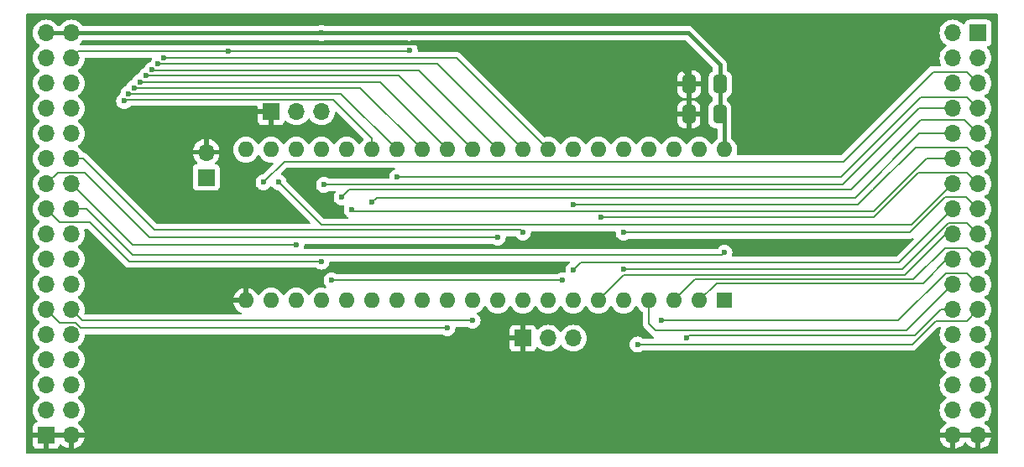
<source format=gbr>
%TF.GenerationSoftware,KiCad,Pcbnew,8.0.7-8.0.7-0~ubuntu22.04.1*%
%TF.CreationDate,2025-01-28T11:11:41+01:00*%
%TF.ProjectId,EF9366,45463933-3636-42e6-9b69-6361645f7063,rev?*%
%TF.SameCoordinates,Original*%
%TF.FileFunction,Copper,L2,Bot*%
%TF.FilePolarity,Positive*%
%FSLAX46Y46*%
G04 Gerber Fmt 4.6, Leading zero omitted, Abs format (unit mm)*
G04 Created by KiCad (PCBNEW 8.0.7-8.0.7-0~ubuntu22.04.1) date 2025-01-28 11:11:41*
%MOMM*%
%LPD*%
G01*
G04 APERTURE LIST*
G04 Aperture macros list*
%AMRoundRect*
0 Rectangle with rounded corners*
0 $1 Rounding radius*
0 $2 $3 $4 $5 $6 $7 $8 $9 X,Y pos of 4 corners*
0 Add a 4 corners polygon primitive as box body*
4,1,4,$2,$3,$4,$5,$6,$7,$8,$9,$2,$3,0*
0 Add four circle primitives for the rounded corners*
1,1,$1+$1,$2,$3*
1,1,$1+$1,$4,$5*
1,1,$1+$1,$6,$7*
1,1,$1+$1,$8,$9*
0 Add four rect primitives between the rounded corners*
20,1,$1+$1,$2,$3,$4,$5,0*
20,1,$1+$1,$4,$5,$6,$7,0*
20,1,$1+$1,$6,$7,$8,$9,0*
20,1,$1+$1,$8,$9,$2,$3,0*%
G04 Aperture macros list end*
%TA.AperFunction,ComponentPad*%
%ADD10R,1.700000X1.700000*%
%TD*%
%TA.AperFunction,ComponentPad*%
%ADD11O,1.700000X1.700000*%
%TD*%
%TA.AperFunction,SMDPad,CuDef*%
%ADD12RoundRect,0.250000X0.412500X0.650000X-0.412500X0.650000X-0.412500X-0.650000X0.412500X-0.650000X0*%
%TD*%
%TA.AperFunction,ComponentPad*%
%ADD13R,1.600000X1.600000*%
%TD*%
%TA.AperFunction,ComponentPad*%
%ADD14O,1.600000X1.600000*%
%TD*%
%TA.AperFunction,ViaPad*%
%ADD15C,0.600000*%
%TD*%
%TA.AperFunction,Conductor*%
%ADD16C,0.200000*%
%TD*%
%TA.AperFunction,Conductor*%
%ADD17C,0.400000*%
%TD*%
G04 APERTURE END LIST*
D10*
%TO.P,J2,1,Pin_1*%
%TO.N,/~{INT}*%
X69145000Y-83571000D03*
D11*
%TO.P,J2,2,Pin_2*%
%TO.N,GND*%
X69145000Y-81031000D03*
%TD*%
D10*
%TO.P,JP2,1,A*%
%TO.N,GND*%
X75692000Y-76962000D03*
D11*
%TO.P,JP2,2,C*%
%TO.N,Net-(JP2-C)*%
X78232000Y-76962000D03*
%TO.P,JP2,3,B*%
%TO.N,+5V*%
X80772000Y-76962000D03*
%TD*%
D10*
%TO.P,JP1,1,A*%
%TO.N,GND*%
X101092000Y-99822000D03*
D11*
%TO.P,JP1,2,C*%
%TO.N,Net-(JP1-C)*%
X103632000Y-99822000D03*
%TO.P,JP1,3,B*%
%TO.N,+5V*%
X106172000Y-99822000D03*
%TD*%
D12*
%TO.P,C2,1*%
%TO.N,+5V*%
X120942500Y-77216000D03*
%TO.P,C2,2*%
%TO.N,GND*%
X117817500Y-77216000D03*
%TD*%
%TO.P,C1,1*%
%TO.N,+5V*%
X120981000Y-74168000D03*
%TO.P,C1,2*%
%TO.N,GND*%
X117856000Y-74168000D03*
%TD*%
D10*
%TO.P,J3,1,Pin_1*%
%TO.N,unconnected-(J3-Pin_1-Pad1)*%
X147000000Y-69000000D03*
D11*
%TO.P,J3,2,Pin_2*%
%TO.N,unconnected-(J3-Pin_2-Pad2)*%
X144460000Y-69000000D03*
%TO.P,J3,3,Pin_3*%
%TO.N,unconnected-(J3-Pin_3-Pad3)*%
X147000000Y-71540000D03*
%TO.P,J3,4,Pin_4*%
%TO.N,unconnected-(J3-Pin_4-Pad4)*%
X144460000Y-71540000D03*
%TO.P,J3,5,Pin_5*%
%TO.N,/VA18*%
X147000000Y-74080000D03*
%TO.P,J3,6,Pin_6*%
%TO.N,unconnected-(J3-Pin_6-Pad6)*%
X144460000Y-74080000D03*
%TO.P,J3,7,Pin_7*%
%TO.N,/VA16*%
X147000000Y-76620000D03*
%TO.P,J3,8,Pin_8*%
%TO.N,/VA17*%
X144460000Y-76620000D03*
%TO.P,J3,9,Pin_9*%
%TO.N,/VA14*%
X147000000Y-79160000D03*
%TO.P,J3,10,Pin_10*%
%TO.N,/VA15*%
X144460000Y-79160000D03*
%TO.P,J3,11,Pin_11*%
%TO.N,/VA12*%
X147000000Y-81700000D03*
%TO.P,J3,12,Pin_12*%
%TO.N,/VA13*%
X144460000Y-81700000D03*
%TO.P,J3,13,Pin_13*%
%TO.N,/VA10*%
X147000000Y-84240000D03*
%TO.P,J3,14,Pin_14*%
%TO.N,/VA11*%
X144460000Y-84240000D03*
%TO.P,J3,15,Pin_15*%
%TO.N,/VA8*%
X147000000Y-86780000D03*
%TO.P,J3,16,Pin_16*%
%TO.N,/VA9*%
X144460000Y-86780000D03*
%TO.P,J3,17,Pin_17*%
%TO.N,/VA6*%
X147000000Y-89320000D03*
%TO.P,J3,18,Pin_18*%
%TO.N,/VA7*%
X144460000Y-89320000D03*
%TO.P,J3,19,Pin_19*%
%TO.N,/VA4*%
X147000000Y-91860000D03*
%TO.P,J3,20,Pin_20*%
%TO.N,/VA5*%
X144460000Y-91860000D03*
%TO.P,J3,21,Pin_21*%
%TO.N,/VA2*%
X147000000Y-94400000D03*
%TO.P,J3,22,Pin_22*%
%TO.N,/VA3*%
X144460000Y-94400000D03*
%TO.P,J3,23,Pin_23*%
%TO.N,/VA0*%
X147000000Y-96940000D03*
%TO.P,J3,24,Pin_24*%
%TO.N,/VA1*%
X144460000Y-96940000D03*
%TO.P,J3,25,Pin_25*%
%TO.N,/In0*%
X147000000Y-99480000D03*
%TO.P,J3,26,Pin_26*%
%TO.N,/In1*%
X144460000Y-99480000D03*
%TO.P,J3,27,Pin_27*%
%TO.N,/In2*%
X147000000Y-102020000D03*
%TO.P,J3,28,Pin_28*%
%TO.N,/DE*%
X144460000Y-102020000D03*
%TO.P,J3,29,Pin_29*%
%TO.N,/HS*%
X147000000Y-104560000D03*
%TO.P,J3,30,Pin_30*%
%TO.N,/CRSR*%
X144460000Y-104560000D03*
%TO.P,J3,31,Pin_31*%
%TO.N,/VS*%
X147000000Y-107100000D03*
%TO.P,J3,32,Pin_32*%
%TO.N,/~{RP}*%
X144460000Y-107100000D03*
%TO.P,J3,33,Pin_33*%
%TO.N,GND*%
X147000000Y-109640000D03*
%TO.P,J3,34,Pin_34*%
X144460000Y-109640000D03*
%TD*%
D10*
%TO.P,J1,1,Pin_1*%
%TO.N,GND*%
X53000000Y-109640000D03*
D11*
%TO.P,J1,2,Pin_2*%
X55540000Y-109640000D03*
%TO.P,J1,3,Pin_3*%
%TO.N,/D1*%
X53000000Y-107100000D03*
%TO.P,J1,4,Pin_4*%
%TO.N,/D0*%
X55540000Y-107100000D03*
%TO.P,J1,5,Pin_5*%
%TO.N,/D3*%
X53000000Y-104560000D03*
%TO.P,J1,6,Pin_6*%
%TO.N,/D2*%
X55540000Y-104560000D03*
%TO.P,J1,7,Pin_7*%
%TO.N,/D5*%
X53000000Y-102020000D03*
%TO.P,J1,8,Pin_8*%
%TO.N,/D4*%
X55540000Y-102020000D03*
%TO.P,J1,9,Pin_9*%
%TO.N,/D7*%
X53000000Y-99480000D03*
%TO.P,J1,10,Pin_10*%
%TO.N,/D6*%
X55540000Y-99480000D03*
%TO.P,J1,11,Pin_11*%
%TO.N,/Out1*%
X53000000Y-96940000D03*
%TO.P,J1,12,Pin_12*%
%TO.N,/Out0*%
X55540000Y-96940000D03*
%TO.P,J1,13,Pin_13*%
%TO.N,/Out3*%
X53000000Y-94400000D03*
%TO.P,J1,14,Pin_14*%
%TO.N,/Out2*%
X55540000Y-94400000D03*
%TO.P,J1,15,Pin_15*%
%TO.N,/Out5*%
X53000000Y-91860000D03*
%TO.P,J1,16,Pin_16*%
%TO.N,/Out4*%
X55540000Y-91860000D03*
%TO.P,J1,17,Pin_17*%
%TO.N,/Out7*%
X53000000Y-89320000D03*
%TO.P,J1,18,Pin_18*%
%TO.N,/Out6*%
X55540000Y-89320000D03*
%TO.P,J1,19,Pin_19*%
%TO.N,/~{CS}*%
X53000000Y-86780000D03*
%TO.P,J1,20,Pin_20*%
%TO.N,/VCLK*%
X55540000Y-86780000D03*
%TO.P,J1,21,Pin_21*%
%TO.N,/A1#*%
X53000000Y-84240000D03*
%TO.P,J1,22,Pin_22*%
%TO.N,/R{slash}~{W}*%
X55540000Y-84240000D03*
%TO.P,J1,23,Pin_23*%
%TO.N,/~{RD}*%
X53000000Y-81700000D03*
%TO.P,J1,24,Pin_24*%
%TO.N,/A0#*%
X55540000Y-81700000D03*
%TO.P,J1,25,Pin_25*%
%TO.N,/~{RST}*%
X53000000Y-79160000D03*
%TO.P,J1,26,Pin_26*%
%TO.N,/~{WR}*%
X55540000Y-79160000D03*
%TO.P,J1,27,Pin_27*%
%TO.N,/CH0*%
X53000000Y-76620000D03*
%TO.P,J1,28,Pin_28*%
%TO.N,/PHI2*%
X55540000Y-76620000D03*
%TO.P,J1,29,Pin_29*%
%TO.N,/Y*%
X53000000Y-74080000D03*
%TO.P,J1,30,Pin_30*%
%TO.N,/A*%
X55540000Y-74080000D03*
%TO.P,J1,31,Pin_31*%
%TO.N,/B*%
X53000000Y-71540000D03*
%TO.P,J1,32,Pin_32*%
%TO.N,/~{INT}*%
X55540000Y-71540000D03*
%TO.P,J1,33,Pin_33*%
%TO.N,+5V*%
X53000000Y-69000000D03*
%TO.P,J1,34,Pin_34*%
X55540000Y-69000000D03*
%TD*%
D13*
%TO.P,U4,1,CLK*%
%TO.N,/VCLK*%
X121412000Y-96012000D03*
D14*
%TO.P,U4,2,DAD5*%
%TO.N,/VA5*%
X118872000Y-96012000D03*
%TO.P,U4,3,DAD4*%
%TO.N,/VA4*%
X116332000Y-96012000D03*
%TO.P,U4,4,DAD3*%
%TO.N,/VA3*%
X113792000Y-96012000D03*
%TO.P,U4,5,DAD6*%
%TO.N,/VA6*%
X111252000Y-96012000D03*
%TO.P,U4,6,MSL0*%
%TO.N,/VA7*%
X108712000Y-96012000D03*
%TO.P,U4,7,MSL2*%
%TO.N,/VA9*%
X106172000Y-96012000D03*
%TO.P,U4,8,FMAT*%
%TO.N,Net-(JP1-C)*%
X103632000Y-96012000D03*
%TO.P,U4,9,A0*%
%TO.N,/A0#*%
X101092000Y-96012000D03*
%TO.P,U4,10,A1*%
%TO.N,/A1#*%
X98552000Y-96012000D03*
%TO.P,U4,11,A2*%
%TO.N,/Out0*%
X96012000Y-96012000D03*
%TO.P,U4,12,A3*%
%TO.N,/Out1*%
X93472000Y-96012000D03*
%TO.P,U4,13,~{IRQ}*%
%TO.N,/~{INT}*%
X90932000Y-96012000D03*
%TO.P,U4,14,~{DW}*%
%TO.N,/VA16*%
X88392000Y-96012000D03*
%TO.P,U4,15,Din*%
%TO.N,/VA15*%
X85852000Y-96012000D03*
%TO.P,U4,16,VB*%
%TO.N,/VA14*%
X83312000Y-96012000D03*
%TO.P,U4,17,~{E}*%
%TO.N,/~{CS}*%
X80772000Y-96012000D03*
%TO.P,U4,18,R~{W}*%
%TO.N,/R{slash}~{W}*%
X78232000Y-96012000D03*
%TO.P,U4,19,MFREE/X9*%
%TO.N,/VA18*%
X75692000Y-96012000D03*
%TO.P,U4,20,GND*%
%TO.N,GND*%
X73152000Y-96012000D03*
%TO.P,U4,21,LPCK*%
%TO.N,unconnected-(U4-LPCK-Pad21)*%
X73152000Y-80772000D03*
%TO.P,U4,22,~{ALL}*%
%TO.N,/VA11*%
X75692000Y-80772000D03*
%TO.P,U4,23,WO*%
%TO.N,Net-(JP2-C)*%
X78232000Y-80772000D03*
%TO.P,U4,24,~{WHITE}*%
%TO.N,/VA17*%
X80772000Y-80772000D03*
%TO.P,U4,25,BLK*%
%TO.N,/VA13*%
X83312000Y-80772000D03*
%TO.P,U4,26,D7*%
%TO.N,/D7*%
X85852000Y-80772000D03*
%TO.P,U4,27,D6*%
%TO.N,/D6*%
X88392000Y-80772000D03*
%TO.P,U4,28,D5*%
%TO.N,/D5*%
X90932000Y-80772000D03*
%TO.P,U4,29,D4*%
%TO.N,/D4*%
X93472000Y-80772000D03*
%TO.P,U4,30,D3*%
%TO.N,/D3*%
X96012000Y-80772000D03*
%TO.P,U4,31,D2*%
%TO.N,/D2*%
X98552000Y-80772000D03*
%TO.P,U4,32,D1*%
%TO.N,/D1*%
X101092000Y-80772000D03*
%TO.P,U4,33,D0*%
%TO.N,/D0*%
X103632000Y-80772000D03*
%TO.P,U4,34,SYNC*%
%TO.N,/VA12*%
X106172000Y-80772000D03*
%TO.P,U4,35,MSL3*%
%TO.N,/VA10*%
X108712000Y-80772000D03*
%TO.P,U4,36,MSL1*%
%TO.N,/VA8*%
X111252000Y-80772000D03*
%TO.P,U4,37,DAD0*%
%TO.N,/VA0*%
X113792000Y-80772000D03*
%TO.P,U4,38,DAD2*%
%TO.N,/VA2*%
X116332000Y-80772000D03*
%TO.P,U4,39,DAD1*%
%TO.N,/VA1*%
X118872000Y-80772000D03*
%TO.P,U4,40,VCC*%
%TO.N,+5V*%
X121412000Y-80772000D03*
%TD*%
D15*
%TO.N,/~{INT}*%
X71374000Y-70866000D03*
%TO.N,GND*%
X58420000Y-91948000D03*
X58674000Y-80264000D03*
X59182000Y-73406000D03*
X68580000Y-78232000D03*
X68326000Y-87122000D03*
X85852000Y-83058000D03*
X80518000Y-86360000D03*
X78740000Y-83312000D03*
X76962000Y-87122000D03*
X103632000Y-89916000D03*
X108966000Y-90170000D03*
X119634000Y-90424000D03*
X128016000Y-90932000D03*
X138684000Y-90424000D03*
%TO.N,/VA17*%
X81026005Y-84328005D03*
%TO.N,/VA12*%
X106172000Y-86360000D03*
%TO.N,/VA13*%
X83820000Y-86867998D03*
%TO.N,/VA10*%
X108966000Y-87629996D03*
%TO.N,/VA2*%
X115062003Y-98043989D03*
%TO.N,/VA0*%
X112649000Y-100457000D03*
%TO.N,/VA1*%
X117602000Y-99822000D03*
%TO.N,/VA11*%
X76454018Y-84074000D03*
%TO.N,/VA8*%
X111252000Y-89154000D03*
%TO.N,/D7*%
X60863977Y-75865225D03*
%TO.N,/D6*%
X61276074Y-75121800D03*
%TO.N,/D5*%
X61877382Y-74521023D03*
%TO.N,/D4*%
X62477573Y-73919130D03*
%TO.N,/D3*%
X63081306Y-73320790D03*
%TO.N,/D2*%
X63674061Y-72711573D03*
%TO.N,/D1*%
X64296339Y-72132544D03*
%TO.N,/D0*%
X64881469Y-71516000D03*
%TO.N,/VA18*%
X74930000Y-84074000D03*
%TO.N,GND*%
X66294000Y-69974000D03*
X72898000Y-99822000D03*
%TO.N,/R{slash}~{W}*%
X78232000Y-90424000D03*
%TO.N,/~{CS}*%
X80772000Y-92090000D03*
%TO.N,/VA14*%
X82804000Y-85598000D03*
%TO.N,/VA15*%
X85852000Y-86106000D03*
%TO.N,/VA16*%
X88392000Y-83566000D03*
%TO.N,/~{INT}*%
X89663361Y-70724000D03*
%TO.N,/Out1*%
X93472000Y-98806000D03*
%TO.N,/Out0*%
X96012000Y-98044000D03*
%TO.N,/A1#*%
X98552000Y-89662000D03*
%TO.N,/A0#*%
X101092000Y-89154000D03*
%TO.N,/VA9*%
X106172000Y-92964000D03*
%TO.N,/VA6*%
X111252000Y-92852000D03*
%TO.N,/VCLK*%
X121412008Y-91186000D03*
%TO.N,GND*%
X114554000Y-107696000D03*
X68580000Y-96520000D03*
X107950000Y-71374000D03*
X102870000Y-76962000D03*
X75438000Y-110236000D03*
X127254000Y-70612000D03*
X139192000Y-103886000D03*
X139954000Y-108712000D03*
X97536000Y-71120000D03*
X91948000Y-110236000D03*
X138684000Y-70358000D03*
%TO.N,+5V*%
X81788000Y-93980000D03*
X105072000Y-93980000D03*
X80771996Y-69000000D03*
%TD*%
D16*
%TO.N,/~{INT}*%
X56214000Y-70866000D02*
X71374000Y-70866000D01*
X71374000Y-70866000D02*
X89521361Y-70866000D01*
%TO.N,/VA18*%
X147000000Y-74080000D02*
X145850000Y-72930000D01*
X145850000Y-72930000D02*
X142462000Y-72930000D01*
X142462000Y-72930000D02*
X133426000Y-81966000D01*
X133426000Y-81966000D02*
X77038000Y-81966000D01*
X77038000Y-81966000D02*
X74930000Y-84074000D01*
%TO.N,/VA16*%
X133153686Y-83566000D02*
X88392000Y-83566000D01*
X141249686Y-75470000D02*
X133153686Y-83566000D01*
X145850000Y-75470000D02*
X141249686Y-75470000D01*
X147000000Y-76620000D02*
X145850000Y-75470000D01*
%TO.N,/VA15*%
X144460000Y-79160000D02*
X141058000Y-79160000D01*
X86322000Y-85636000D02*
X85852000Y-86106000D01*
X141058000Y-79160000D02*
X134582000Y-85636000D01*
X134582000Y-85636000D02*
X86322000Y-85636000D01*
%TO.N,/VA17*%
X144460000Y-76620000D02*
X141058000Y-76620000D01*
X141058000Y-76620000D02*
X133350000Y-84328000D01*
X133350000Y-84328000D02*
X81026010Y-84328000D01*
X81026010Y-84328000D02*
X81026005Y-84328005D01*
%TO.N,/VA14*%
X147000000Y-79160000D02*
X145610000Y-77770000D01*
X83566000Y-84836000D02*
X82804000Y-85598000D01*
X134169686Y-84836000D02*
X83566000Y-84836000D01*
X141235686Y-77770000D02*
X134169686Y-84836000D01*
X145610000Y-77770000D02*
X141235686Y-77770000D01*
%TO.N,/VA13*%
X83962002Y-87010000D02*
X83820000Y-86867998D01*
X144460000Y-81700000D02*
X141820000Y-81700000D01*
%TO.N,/VA12*%
X145850000Y-80550000D02*
X140684000Y-80550000D01*
%TO.N,/VA13*%
X141820000Y-81700000D02*
X136510000Y-87010000D01*
X136510000Y-87010000D02*
X83962002Y-87010000D01*
%TO.N,/VA12*%
X140684000Y-80550000D02*
X136398000Y-84836000D01*
X147000000Y-81700000D02*
X145850000Y-80550000D01*
X136398000Y-84836000D02*
X134874000Y-86360000D01*
X134874000Y-86360000D02*
X106172000Y-86360000D01*
%TO.N,/VA8*%
X140111686Y-89154000D02*
X111252000Y-89154000D01*
X143667686Y-85598000D02*
X140111686Y-89154000D01*
X145818000Y-85598000D02*
X143667686Y-85598000D01*
X147000000Y-86780000D02*
X145818000Y-85598000D01*
%TO.N,/VA11*%
X144460000Y-84240000D02*
X140308000Y-88392000D01*
X140308000Y-88392000D02*
X80772018Y-88392000D01*
X80772018Y-88392000D02*
X76454018Y-84074000D01*
%TO.N,/VA10*%
X145850000Y-83090000D02*
X140995686Y-83090000D01*
X147000000Y-84240000D02*
X145850000Y-83090000D01*
X140995686Y-83090000D02*
X136455686Y-87630000D01*
X136455686Y-87630000D02*
X108966004Y-87630000D01*
X108966004Y-87630000D02*
X108966000Y-87629996D01*
%TO.N,+5V*%
X105072000Y-93980000D02*
X81788000Y-93980000D01*
%TO.N,/VA5*%
X144460000Y-91860000D02*
X143852000Y-91860000D01*
X143852000Y-91860000D02*
X141440000Y-94272000D01*
X141440000Y-94272000D02*
X120612000Y-94272000D01*
X120612000Y-94272000D02*
X118872000Y-96012000D01*
%TO.N,/VA0*%
X142702000Y-98090000D02*
X140335000Y-100457000D01*
X145850000Y-98090000D02*
X142702000Y-98090000D01*
X147000000Y-96940000D02*
X145850000Y-98090000D01*
X140335000Y-100457000D02*
X112649000Y-100457000D01*
%TO.N,/VA1*%
X140629919Y-99568000D02*
X117856000Y-99568000D01*
X117856000Y-99568000D02*
X117602000Y-99822000D01*
X143257919Y-96940000D02*
X140629919Y-99568000D01*
X144460000Y-96940000D02*
X143257919Y-96940000D01*
%TO.N,/VA2*%
X138938011Y-98043989D02*
X115062003Y-98043989D01*
X145850000Y-93250000D02*
X143732000Y-93250000D01*
X147000000Y-94400000D02*
X145850000Y-93250000D01*
X143732000Y-93250000D02*
X138938011Y-98043989D01*
%TO.N,/VA3*%
X144460000Y-94400000D02*
X139800000Y-99060000D01*
X139800000Y-99060000D02*
X114475380Y-99060000D01*
X114475380Y-99060000D02*
X113792000Y-98376620D01*
X113792000Y-98376620D02*
X113792000Y-96012000D01*
%TO.N,/A0#*%
X63942081Y-88900000D02*
X100838000Y-88900000D01*
X56742081Y-81700000D02*
X63942081Y-88900000D01*
X55540000Y-81700000D02*
X56742081Y-81700000D01*
X100838000Y-88900000D02*
X101092000Y-89154000D01*
%TO.N,/A1#*%
X56870314Y-83090000D02*
X63442314Y-89662000D01*
X54150000Y-83090000D02*
X56870314Y-83090000D01*
X53000000Y-84240000D02*
X54150000Y-83090000D01*
X63442314Y-89662000D02*
X98552000Y-89662000D01*
%TO.N,/R{slash}~{W}*%
X55540000Y-84240000D02*
X61724000Y-90424000D01*
X61724000Y-90424000D02*
X78232000Y-90424000D01*
%TO.N,/~{CS}*%
X53000000Y-86780000D02*
X54358000Y-88138000D01*
X54358000Y-88138000D02*
X57404000Y-88138000D01*
X57404000Y-88138000D02*
X61356000Y-92090000D01*
X61356000Y-92090000D02*
X80772000Y-92090000D01*
%TO.N,/VCLK*%
X55540000Y-86780000D02*
X57062000Y-86780000D01*
X57062000Y-86780000D02*
X61722000Y-91440000D01*
X61722000Y-91440000D02*
X121158008Y-91440000D01*
X121158008Y-91440000D02*
X121412008Y-91186000D01*
%TO.N,/VA6*%
X139361686Y-92852000D02*
X111252000Y-92852000D01*
X143310000Y-88903686D02*
X139361686Y-92852000D01*
X143983654Y-88170000D02*
X143310000Y-88843654D01*
%TO.N,/VA9*%
X144460000Y-86780000D02*
X139038000Y-92202000D01*
%TO.N,/VA6*%
X145850000Y-88170000D02*
X143983654Y-88170000D01*
X147000000Y-89320000D02*
X145850000Y-88170000D01*
X143310000Y-88843654D02*
X143310000Y-88903686D01*
%TO.N,/VA9*%
X139038000Y-92202000D02*
X106934000Y-92202000D01*
X106934000Y-92202000D02*
X106172000Y-92964000D01*
%TO.N,/VA7*%
X144460000Y-89320000D02*
X143775000Y-89320000D01*
X143775000Y-89320000D02*
X139623000Y-93472000D01*
X139623000Y-93472000D02*
X111252000Y-93472000D01*
X111252000Y-93472000D02*
X108712000Y-96012000D01*
%TO.N,/VA4*%
X118472000Y-93872000D02*
X116332000Y-96012000D01*
X140473686Y-93872000D02*
X118472000Y-93872000D01*
X143635686Y-90710000D02*
X140473686Y-93872000D01*
X145850000Y-90710000D02*
X143635686Y-90710000D01*
X147000000Y-91860000D02*
X145850000Y-90710000D01*
%TO.N,/~{INT}*%
X55540000Y-71540000D02*
X56214000Y-70866000D01*
X89521361Y-70866000D02*
X89663361Y-70724000D01*
%TO.N,/D2*%
X63745032Y-72782544D02*
X63674061Y-72711573D01*
X90562544Y-72782544D02*
X63745032Y-72782544D01*
%TO.N,/D3*%
X96012000Y-80772000D02*
X88560790Y-73320790D01*
%TO.N,/D0*%
X94376000Y-71516000D02*
X64881469Y-71516000D01*
%TO.N,/D6*%
X88392000Y-80772000D02*
X82741800Y-75121800D01*
%TO.N,/D1*%
X92452544Y-72132544D02*
X64296339Y-72132544D01*
X101092000Y-80772000D02*
X92452544Y-72132544D01*
%TO.N,/D5*%
X84681023Y-74521023D02*
X61877382Y-74521023D01*
X90932000Y-80772000D02*
X84681023Y-74521023D01*
%TO.N,/D0*%
X103632000Y-80772000D02*
X94376000Y-71516000D01*
%TO.N,/D4*%
X62529233Y-73970790D02*
X62477573Y-73919130D01*
%TO.N,/D6*%
X82741800Y-75121800D02*
X61276074Y-75121800D01*
%TO.N,/D7*%
X85852000Y-79640630D02*
X81958454Y-75747084D01*
X81958454Y-75747084D02*
X60982118Y-75747084D01*
%TO.N,/D4*%
X93472000Y-80772000D02*
X86670790Y-73970790D01*
%TO.N,/D7*%
X60982118Y-75747084D02*
X60863977Y-75865225D01*
%TO.N,/D4*%
X86670790Y-73970790D02*
X62529233Y-73970790D01*
%TO.N,/D3*%
X88560790Y-73320790D02*
X63081306Y-73320790D01*
%TO.N,/D2*%
X98552000Y-80772000D02*
X90562544Y-72782544D01*
%TO.N,/D7*%
X85852000Y-80772000D02*
X85852000Y-79640630D01*
D17*
%TO.N,GND*%
X114562000Y-69974000D02*
X66294000Y-69974000D01*
X117856000Y-73268000D02*
X114562000Y-69974000D01*
X117856000Y-74168000D02*
X117856000Y-73268000D01*
%TO.N,+5V*%
X117768000Y-69000000D02*
X80771996Y-69000000D01*
X120942500Y-72174500D02*
X117768000Y-69000000D01*
X120942500Y-77216000D02*
X120942500Y-72174500D01*
X53000000Y-69000000D02*
X80771996Y-69000000D01*
%TO.N,GND*%
X117856000Y-74168000D02*
X117856000Y-77177500D01*
X117856000Y-77177500D02*
X117817500Y-77216000D01*
%TO.N,+5V*%
X121412000Y-80772000D02*
X121412000Y-77685500D01*
X121412000Y-77685500D02*
X120942500Y-77216000D01*
D16*
%TO.N,GND*%
X101092000Y-99822000D02*
X72898000Y-99822000D01*
%TO.N,/Out1*%
X56492346Y-98806000D02*
X93472000Y-98806000D01*
X53000000Y-96940000D02*
X54358000Y-98298000D01*
X55984346Y-98298000D02*
X56492346Y-98806000D01*
X54358000Y-98298000D02*
X55984346Y-98298000D01*
%TO.N,/Out0*%
X56644000Y-98044000D02*
X96012000Y-98044000D01*
X55540000Y-96940000D02*
X56644000Y-98044000D01*
D17*
%TO.N,GND*%
X147000000Y-109640000D02*
X144460000Y-109640000D01*
%TD*%
%TA.AperFunction,Conductor*%
%TO.N,GND*%
G36*
X55074075Y-109447007D02*
G01*
X55040000Y-109574174D01*
X55040000Y-109705826D01*
X55074075Y-109832993D01*
X55106988Y-109890000D01*
X53433012Y-109890000D01*
X53465925Y-109832993D01*
X53500000Y-109705826D01*
X53500000Y-109574174D01*
X53465925Y-109447007D01*
X53433012Y-109390000D01*
X55106988Y-109390000D01*
X55074075Y-109447007D01*
G37*
%TD.AperFunction*%
%TA.AperFunction,Conductor*%
G36*
X146534075Y-109447007D02*
G01*
X146500000Y-109574174D01*
X146500000Y-109705826D01*
X146534075Y-109832993D01*
X146566988Y-109890000D01*
X144893012Y-109890000D01*
X144925925Y-109832993D01*
X144960000Y-109705826D01*
X144960000Y-109574174D01*
X144925925Y-109447007D01*
X144893012Y-109390000D01*
X146566988Y-109390000D01*
X146534075Y-109447007D01*
G37*
%TD.AperFunction*%
%TA.AperFunction,Conductor*%
G36*
X57170942Y-88758185D02*
G01*
X57191584Y-88774819D01*
X60871139Y-92454374D01*
X60871149Y-92454385D01*
X60875479Y-92458715D01*
X60875480Y-92458716D01*
X60987284Y-92570520D01*
X61063422Y-92614478D01*
X61124215Y-92649577D01*
X61276943Y-92690501D01*
X61276946Y-92690501D01*
X61442653Y-92690501D01*
X61442669Y-92690500D01*
X80189588Y-92690500D01*
X80256627Y-92710185D01*
X80266903Y-92717555D01*
X80269736Y-92719814D01*
X80269738Y-92719816D01*
X80422478Y-92815789D01*
X80525963Y-92852000D01*
X80592745Y-92875368D01*
X80592750Y-92875369D01*
X80771996Y-92895565D01*
X80772000Y-92895565D01*
X80772004Y-92895565D01*
X80951249Y-92875369D01*
X80951252Y-92875368D01*
X80951255Y-92875368D01*
X81121522Y-92815789D01*
X81274262Y-92719816D01*
X81401816Y-92592262D01*
X81497789Y-92439522D01*
X81557368Y-92269255D01*
X81569230Y-92163980D01*
X81570736Y-92150616D01*
X81597803Y-92086202D01*
X81655397Y-92046647D01*
X81693956Y-92040500D01*
X105706719Y-92040500D01*
X105773758Y-92060185D01*
X105819513Y-92112989D01*
X105829457Y-92182147D01*
X105800432Y-92245703D01*
X105772691Y-92269494D01*
X105669737Y-92334184D01*
X105542184Y-92461737D01*
X105446211Y-92614476D01*
X105386631Y-92784745D01*
X105386630Y-92784750D01*
X105366435Y-92963996D01*
X105366435Y-92964003D01*
X105376826Y-93056229D01*
X105364771Y-93125051D01*
X105317422Y-93176430D01*
X105249812Y-93194054D01*
X105239723Y-93193332D01*
X105072004Y-93174435D01*
X105071996Y-93174435D01*
X104892750Y-93194630D01*
X104892745Y-93194631D01*
X104722476Y-93254211D01*
X104569736Y-93350185D01*
X104566903Y-93352445D01*
X104564724Y-93353334D01*
X104563842Y-93353889D01*
X104563744Y-93353734D01*
X104502217Y-93378855D01*
X104489588Y-93379500D01*
X82370412Y-93379500D01*
X82303373Y-93359815D01*
X82293097Y-93352445D01*
X82290263Y-93350185D01*
X82290262Y-93350184D01*
X82197372Y-93291817D01*
X82137523Y-93254211D01*
X81967254Y-93194631D01*
X81967249Y-93194630D01*
X81788004Y-93174435D01*
X81787996Y-93174435D01*
X81608750Y-93194630D01*
X81608745Y-93194631D01*
X81438476Y-93254211D01*
X81285737Y-93350184D01*
X81158184Y-93477737D01*
X81062211Y-93630476D01*
X81002631Y-93800745D01*
X81002630Y-93800750D01*
X80982435Y-93979996D01*
X80982435Y-93980003D01*
X81002630Y-94159249D01*
X81002631Y-94159254D01*
X81062211Y-94329523D01*
X81158184Y-94482262D01*
X81222782Y-94546860D01*
X81256267Y-94608183D01*
X81251283Y-94677875D01*
X81209411Y-94733808D01*
X81143947Y-94758225D01*
X81103008Y-94754316D01*
X80998697Y-94726366D01*
X80998693Y-94726365D01*
X80998692Y-94726365D01*
X80998691Y-94726364D01*
X80998686Y-94726364D01*
X80772002Y-94706532D01*
X80771998Y-94706532D01*
X80545313Y-94726364D01*
X80545302Y-94726366D01*
X80325511Y-94785258D01*
X80325502Y-94785261D01*
X80119267Y-94881431D01*
X80119265Y-94881432D01*
X79932858Y-95011954D01*
X79771954Y-95172858D01*
X79641432Y-95359265D01*
X79641431Y-95359267D01*
X79614382Y-95417275D01*
X79568209Y-95469714D01*
X79501016Y-95488866D01*
X79434135Y-95468650D01*
X79389618Y-95417275D01*
X79362686Y-95359520D01*
X79362568Y-95359266D01*
X79232047Y-95172861D01*
X79232045Y-95172858D01*
X79071141Y-95011954D01*
X78884734Y-94881432D01*
X78884732Y-94881431D01*
X78678497Y-94785261D01*
X78678488Y-94785258D01*
X78458697Y-94726366D01*
X78458693Y-94726365D01*
X78458692Y-94726365D01*
X78458691Y-94726364D01*
X78458686Y-94726364D01*
X78232002Y-94706532D01*
X78231998Y-94706532D01*
X78005313Y-94726364D01*
X78005302Y-94726366D01*
X77785511Y-94785258D01*
X77785502Y-94785261D01*
X77579267Y-94881431D01*
X77579265Y-94881432D01*
X77392858Y-95011954D01*
X77231954Y-95172858D01*
X77101432Y-95359265D01*
X77101431Y-95359267D01*
X77074382Y-95417275D01*
X77028209Y-95469714D01*
X76961016Y-95488866D01*
X76894135Y-95468650D01*
X76849618Y-95417275D01*
X76822686Y-95359520D01*
X76822568Y-95359266D01*
X76692047Y-95172861D01*
X76692045Y-95172858D01*
X76531141Y-95011954D01*
X76344734Y-94881432D01*
X76344732Y-94881431D01*
X76138497Y-94785261D01*
X76138488Y-94785258D01*
X75918697Y-94726366D01*
X75918693Y-94726365D01*
X75918692Y-94726365D01*
X75918691Y-94726364D01*
X75918686Y-94726364D01*
X75692002Y-94706532D01*
X75691998Y-94706532D01*
X75465313Y-94726364D01*
X75465302Y-94726366D01*
X75245511Y-94785258D01*
X75245502Y-94785261D01*
X75039267Y-94881431D01*
X75039265Y-94881432D01*
X74852858Y-95011954D01*
X74691954Y-95172858D01*
X74622954Y-95271402D01*
X74561432Y-95359266D01*
X74561315Y-95359518D01*
X74534106Y-95417867D01*
X74487933Y-95470306D01*
X74420739Y-95489457D01*
X74353858Y-95469241D01*
X74309342Y-95417865D01*
X74282135Y-95359520D01*
X74282134Y-95359518D01*
X74151657Y-95173179D01*
X73990820Y-95012342D01*
X73804482Y-94881865D01*
X73598328Y-94785734D01*
X73402000Y-94733127D01*
X73402000Y-95696314D01*
X73397606Y-95691920D01*
X73306394Y-95639259D01*
X73204661Y-95612000D01*
X73099339Y-95612000D01*
X72997606Y-95639259D01*
X72906394Y-95691920D01*
X72902000Y-95696314D01*
X72902000Y-94733127D01*
X72705671Y-94785734D01*
X72499517Y-94881865D01*
X72313179Y-95012342D01*
X72152342Y-95173179D01*
X72021865Y-95359517D01*
X71925734Y-95565673D01*
X71925730Y-95565682D01*
X71873127Y-95761999D01*
X71873128Y-95762000D01*
X72836314Y-95762000D01*
X72831920Y-95766394D01*
X72779259Y-95857606D01*
X72752000Y-95959339D01*
X72752000Y-96064661D01*
X72779259Y-96166394D01*
X72831920Y-96257606D01*
X72836314Y-96262000D01*
X71873128Y-96262000D01*
X71925730Y-96458317D01*
X71925734Y-96458326D01*
X72021865Y-96664482D01*
X72152342Y-96850820D01*
X72313179Y-97011657D01*
X72499517Y-97142134D01*
X72638876Y-97207118D01*
X72691315Y-97253290D01*
X72710467Y-97320484D01*
X72690251Y-97387365D01*
X72637086Y-97432700D01*
X72586471Y-97443500D01*
X56964828Y-97443500D01*
X56897789Y-97423815D01*
X56852034Y-97371011D01*
X56842090Y-97301853D01*
X56845053Y-97287407D01*
X56858215Y-97238286D01*
X56875063Y-97175408D01*
X56895659Y-96940000D01*
X56875063Y-96704592D01*
X56813903Y-96476337D01*
X56714035Y-96262171D01*
X56713916Y-96262000D01*
X56578494Y-96068597D01*
X56411402Y-95901506D01*
X56411396Y-95901501D01*
X56225842Y-95771575D01*
X56182217Y-95716998D01*
X56175023Y-95647500D01*
X56206546Y-95585145D01*
X56225842Y-95568425D01*
X56276924Y-95532657D01*
X56411401Y-95438495D01*
X56578495Y-95271401D01*
X56714035Y-95077830D01*
X56813903Y-94863663D01*
X56875063Y-94635408D01*
X56895659Y-94400000D01*
X56875063Y-94164592D01*
X56813903Y-93936337D01*
X56714035Y-93722171D01*
X56708425Y-93714158D01*
X56578494Y-93528597D01*
X56411402Y-93361506D01*
X56411396Y-93361501D01*
X56225842Y-93231575D01*
X56182217Y-93176998D01*
X56175023Y-93107500D01*
X56206546Y-93045145D01*
X56225842Y-93028425D01*
X56391234Y-92912616D01*
X56411401Y-92898495D01*
X56578495Y-92731401D01*
X56714035Y-92537830D01*
X56813903Y-92323663D01*
X56875063Y-92095408D01*
X56895659Y-91860000D01*
X56875063Y-91624592D01*
X56813903Y-91396337D01*
X56714035Y-91182171D01*
X56708425Y-91174158D01*
X56578494Y-90988597D01*
X56411402Y-90821506D01*
X56411396Y-90821501D01*
X56225842Y-90691575D01*
X56182217Y-90636998D01*
X56175023Y-90567500D01*
X56206546Y-90505145D01*
X56225842Y-90488425D01*
X56317850Y-90424000D01*
X56411401Y-90358495D01*
X56578495Y-90191401D01*
X56714035Y-89997830D01*
X56813903Y-89783663D01*
X56875063Y-89555408D01*
X56895659Y-89320000D01*
X56875063Y-89084592D01*
X56824154Y-88894593D01*
X56825817Y-88824743D01*
X56864980Y-88766881D01*
X56929209Y-88739377D01*
X56943929Y-88738500D01*
X57103903Y-88738500D01*
X57170942Y-88758185D01*
G37*
%TD.AperFunction*%
%TA.AperFunction,Conductor*%
G36*
X110392915Y-89012185D02*
G01*
X110438670Y-89064989D01*
X110449096Y-89130385D01*
X110446435Y-89153999D01*
X110446435Y-89154003D01*
X110466630Y-89333249D01*
X110466631Y-89333254D01*
X110526211Y-89503523D01*
X110610951Y-89638385D01*
X110622184Y-89656262D01*
X110749738Y-89783816D01*
X110902478Y-89879789D01*
X111012839Y-89918406D01*
X111072745Y-89939368D01*
X111072750Y-89939369D01*
X111251996Y-89959565D01*
X111252000Y-89959565D01*
X111252004Y-89959565D01*
X111431249Y-89939369D01*
X111431252Y-89939368D01*
X111431255Y-89939368D01*
X111601522Y-89879789D01*
X111754262Y-89783816D01*
X111754267Y-89783810D01*
X111757097Y-89781555D01*
X111759275Y-89780665D01*
X111760158Y-89780111D01*
X111760255Y-89780265D01*
X111821783Y-89755145D01*
X111834412Y-89754500D01*
X140025017Y-89754500D01*
X140025033Y-89754501D01*
X140032629Y-89754501D01*
X140190740Y-89754501D01*
X140190743Y-89754501D01*
X140343471Y-89713577D01*
X140343472Y-89713576D01*
X140351322Y-89711473D01*
X140352152Y-89714573D01*
X140406602Y-89708679D01*
X140469105Y-89739908D01*
X140504802Y-89799970D01*
X140502359Y-89869797D01*
X140472357Y-89918406D01*
X138825584Y-91565181D01*
X138764261Y-91598666D01*
X138737903Y-91601500D01*
X122289473Y-91601500D01*
X122222434Y-91581815D01*
X122176679Y-91529011D01*
X122166735Y-91459853D01*
X122172431Y-91436546D01*
X122197375Y-91365257D01*
X122197376Y-91365255D01*
X122197377Y-91365249D01*
X122217573Y-91186003D01*
X122217573Y-91185996D01*
X122197377Y-91006750D01*
X122197376Y-91006745D01*
X122137796Y-90836476D01*
X122041823Y-90683737D01*
X121914270Y-90556184D01*
X121761531Y-90460211D01*
X121591262Y-90400631D01*
X121591257Y-90400630D01*
X121412012Y-90380435D01*
X121412004Y-90380435D01*
X121232758Y-90400630D01*
X121232753Y-90400631D01*
X121062484Y-90460211D01*
X120909745Y-90556184D01*
X120782192Y-90683737D01*
X120720782Y-90781472D01*
X120668447Y-90827763D01*
X120615788Y-90839500D01*
X79109465Y-90839500D01*
X79042426Y-90819815D01*
X78996671Y-90767011D01*
X78986727Y-90697853D01*
X78992423Y-90674546D01*
X79017367Y-90603257D01*
X79017368Y-90603255D01*
X79017369Y-90603249D01*
X79037565Y-90424003D01*
X79037565Y-90423999D01*
X79034904Y-90400385D01*
X79046958Y-90331563D01*
X79094306Y-90280183D01*
X79158124Y-90262500D01*
X97969588Y-90262500D01*
X98036627Y-90282185D01*
X98046903Y-90289555D01*
X98049736Y-90291814D01*
X98049738Y-90291816D01*
X98202478Y-90387789D01*
X98305963Y-90424000D01*
X98372745Y-90447368D01*
X98372750Y-90447369D01*
X98551996Y-90467565D01*
X98552000Y-90467565D01*
X98552004Y-90467565D01*
X98731249Y-90447369D01*
X98731252Y-90447368D01*
X98731255Y-90447368D01*
X98901522Y-90387789D01*
X99054262Y-90291816D01*
X99181816Y-90164262D01*
X99277789Y-90011522D01*
X99337368Y-89841255D01*
X99337369Y-89841249D01*
X99357565Y-89662003D01*
X99357565Y-89661999D01*
X99354904Y-89638385D01*
X99366958Y-89569563D01*
X99414306Y-89518183D01*
X99478124Y-89500500D01*
X100295780Y-89500500D01*
X100362819Y-89520185D01*
X100400772Y-89558526D01*
X100462184Y-89656262D01*
X100589738Y-89783816D01*
X100742478Y-89879789D01*
X100852839Y-89918406D01*
X100912745Y-89939368D01*
X100912750Y-89939369D01*
X101091996Y-89959565D01*
X101092000Y-89959565D01*
X101092004Y-89959565D01*
X101271249Y-89939369D01*
X101271252Y-89939368D01*
X101271255Y-89939368D01*
X101441522Y-89879789D01*
X101594262Y-89783816D01*
X101721816Y-89656262D01*
X101817789Y-89503522D01*
X101877368Y-89333255D01*
X101877369Y-89333249D01*
X101897565Y-89154003D01*
X101897565Y-89153999D01*
X101894904Y-89130385D01*
X101906958Y-89061563D01*
X101954306Y-89010183D01*
X102018124Y-88992500D01*
X110325876Y-88992500D01*
X110392915Y-89012185D01*
G37*
%TD.AperFunction*%
%TA.AperFunction,Conductor*%
G36*
X63612112Y-71486185D02*
G01*
X63657867Y-71538989D01*
X63667811Y-71608147D01*
X63650067Y-71656472D01*
X63570551Y-71783018D01*
X63543747Y-71859618D01*
X63503024Y-71916393D01*
X63467661Y-71935702D01*
X63324541Y-71985782D01*
X63171798Y-72081757D01*
X63044245Y-72209310D01*
X62948270Y-72362053D01*
X62905313Y-72484817D01*
X62864592Y-72541593D01*
X62829228Y-72560903D01*
X62731782Y-72595001D01*
X62731781Y-72595002D01*
X62579043Y-72690974D01*
X62451490Y-72818527D01*
X62355518Y-72971265D01*
X62355517Y-72971266D01*
X62318427Y-73077263D01*
X62277705Y-73134038D01*
X62242341Y-73153348D01*
X62128053Y-73193339D01*
X61975310Y-73289314D01*
X61847757Y-73416867D01*
X61751785Y-73569605D01*
X61751784Y-73569606D01*
X61712783Y-73681064D01*
X61672061Y-73737839D01*
X61636698Y-73757149D01*
X61527858Y-73795234D01*
X61527857Y-73795235D01*
X61375119Y-73891207D01*
X61247566Y-74018760D01*
X61151594Y-74171498D01*
X61151593Y-74171499D01*
X61113193Y-74281240D01*
X61072471Y-74338015D01*
X61037108Y-74357325D01*
X60926550Y-74396011D01*
X60926549Y-74396012D01*
X60773811Y-74491984D01*
X60646258Y-74619537D01*
X60550285Y-74772276D01*
X60490705Y-74942545D01*
X60490704Y-74942549D01*
X60471707Y-75111156D01*
X60444640Y-75175570D01*
X60414461Y-75202265D01*
X60361715Y-75235408D01*
X60234161Y-75362962D01*
X60138188Y-75515701D01*
X60078608Y-75685970D01*
X60078607Y-75685975D01*
X60058412Y-75865221D01*
X60058412Y-75865228D01*
X60078607Y-76044474D01*
X60078608Y-76044479D01*
X60138188Y-76214748D01*
X60221655Y-76347584D01*
X60234161Y-76367487D01*
X60361715Y-76495041D01*
X60514455Y-76591014D01*
X60684722Y-76650593D01*
X60684727Y-76650594D01*
X60863973Y-76670790D01*
X60863977Y-76670790D01*
X60863981Y-76670790D01*
X61043226Y-76650594D01*
X61043229Y-76650593D01*
X61043232Y-76650593D01*
X61213499Y-76591014D01*
X61366239Y-76495041D01*
X61477377Y-76383903D01*
X61538700Y-76350418D01*
X61565058Y-76347584D01*
X74218000Y-76347584D01*
X74285039Y-76367269D01*
X74330794Y-76420073D01*
X74342000Y-76471584D01*
X74342000Y-76712000D01*
X75258988Y-76712000D01*
X75226075Y-76769007D01*
X75192000Y-76896174D01*
X75192000Y-77027826D01*
X75226075Y-77154993D01*
X75258988Y-77212000D01*
X74342000Y-77212000D01*
X74342000Y-77859844D01*
X74348401Y-77919372D01*
X74348403Y-77919379D01*
X74398645Y-78054086D01*
X74398649Y-78054093D01*
X74484809Y-78169187D01*
X74484812Y-78169190D01*
X74599906Y-78255350D01*
X74599913Y-78255354D01*
X74734620Y-78305596D01*
X74734627Y-78305598D01*
X74794155Y-78311999D01*
X74794172Y-78312000D01*
X75442000Y-78312000D01*
X75442000Y-77395012D01*
X75499007Y-77427925D01*
X75626174Y-77462000D01*
X75757826Y-77462000D01*
X75884993Y-77427925D01*
X75942000Y-77395012D01*
X75942000Y-78312000D01*
X76589828Y-78312000D01*
X76589844Y-78311999D01*
X76649372Y-78305598D01*
X76649379Y-78305596D01*
X76784086Y-78255354D01*
X76784093Y-78255350D01*
X76899187Y-78169190D01*
X76899190Y-78169187D01*
X76985350Y-78054093D01*
X76985354Y-78054086D01*
X77034422Y-77922529D01*
X77076293Y-77866595D01*
X77141757Y-77842178D01*
X77210030Y-77857030D01*
X77238285Y-77878181D01*
X77360599Y-78000495D01*
X77386736Y-78018796D01*
X77554165Y-78136032D01*
X77554167Y-78136033D01*
X77554170Y-78136035D01*
X77768337Y-78235903D01*
X77996592Y-78297063D01*
X78167319Y-78312000D01*
X78231999Y-78317659D01*
X78232000Y-78317659D01*
X78232001Y-78317659D01*
X78296681Y-78312000D01*
X78467408Y-78297063D01*
X78695663Y-78235903D01*
X78909830Y-78136035D01*
X79103401Y-78000495D01*
X79270495Y-77833401D01*
X79400425Y-77647842D01*
X79455002Y-77604217D01*
X79524500Y-77597023D01*
X79586855Y-77628546D01*
X79603575Y-77647842D01*
X79733500Y-77833395D01*
X79733505Y-77833401D01*
X79900599Y-78000495D01*
X79926736Y-78018796D01*
X80094165Y-78136032D01*
X80094167Y-78136033D01*
X80094170Y-78136035D01*
X80308337Y-78235903D01*
X80536592Y-78297063D01*
X80707319Y-78312000D01*
X80771999Y-78317659D01*
X80772000Y-78317659D01*
X80772001Y-78317659D01*
X80836681Y-78312000D01*
X81007408Y-78297063D01*
X81235663Y-78235903D01*
X81449830Y-78136035D01*
X81643401Y-78000495D01*
X81810495Y-77833401D01*
X81946035Y-77639830D01*
X82045903Y-77425663D01*
X82107063Y-77197408D01*
X82120289Y-77046235D01*
X82145742Y-76981168D01*
X82202332Y-76940189D01*
X82272094Y-76936311D01*
X82331498Y-76969363D01*
X84985793Y-79623658D01*
X85019278Y-79684981D01*
X85014294Y-79754673D01*
X84985793Y-79799020D01*
X84851954Y-79932858D01*
X84721432Y-80119265D01*
X84721431Y-80119267D01*
X84694382Y-80177275D01*
X84648209Y-80229714D01*
X84581016Y-80248866D01*
X84514135Y-80228650D01*
X84469618Y-80177275D01*
X84442568Y-80119267D01*
X84442567Y-80119265D01*
X84381045Y-80031402D01*
X84312047Y-79932861D01*
X84312045Y-79932858D01*
X84151141Y-79771954D01*
X83964734Y-79641432D01*
X83964732Y-79641431D01*
X83758497Y-79545261D01*
X83758488Y-79545258D01*
X83538697Y-79486366D01*
X83538693Y-79486365D01*
X83538692Y-79486365D01*
X83538691Y-79486364D01*
X83538686Y-79486364D01*
X83312002Y-79466532D01*
X83311998Y-79466532D01*
X83085313Y-79486364D01*
X83085302Y-79486366D01*
X82865511Y-79545258D01*
X82865502Y-79545261D01*
X82659267Y-79641431D01*
X82659265Y-79641432D01*
X82472858Y-79771954D01*
X82311954Y-79932858D01*
X82181432Y-80119265D01*
X82181431Y-80119267D01*
X82154382Y-80177275D01*
X82108209Y-80229714D01*
X82041016Y-80248866D01*
X81974135Y-80228650D01*
X81929618Y-80177275D01*
X81902568Y-80119267D01*
X81902567Y-80119265D01*
X81841045Y-80031402D01*
X81772047Y-79932861D01*
X81772045Y-79932858D01*
X81611141Y-79771954D01*
X81424734Y-79641432D01*
X81424732Y-79641431D01*
X81218497Y-79545261D01*
X81218488Y-79545258D01*
X80998697Y-79486366D01*
X80998693Y-79486365D01*
X80998692Y-79486365D01*
X80998691Y-79486364D01*
X80998686Y-79486364D01*
X80772002Y-79466532D01*
X80771998Y-79466532D01*
X80545313Y-79486364D01*
X80545302Y-79486366D01*
X80325511Y-79545258D01*
X80325502Y-79545261D01*
X80119267Y-79641431D01*
X80119265Y-79641432D01*
X79932858Y-79771954D01*
X79771954Y-79932858D01*
X79641432Y-80119265D01*
X79641431Y-80119267D01*
X79614382Y-80177275D01*
X79568209Y-80229714D01*
X79501016Y-80248866D01*
X79434135Y-80228650D01*
X79389618Y-80177275D01*
X79362568Y-80119267D01*
X79362567Y-80119265D01*
X79301045Y-80031402D01*
X79232047Y-79932861D01*
X79232045Y-79932858D01*
X79071141Y-79771954D01*
X78884734Y-79641432D01*
X78884732Y-79641431D01*
X78678497Y-79545261D01*
X78678488Y-79545258D01*
X78458697Y-79486366D01*
X78458693Y-79486365D01*
X78458692Y-79486365D01*
X78458691Y-79486364D01*
X78458686Y-79486364D01*
X78232002Y-79466532D01*
X78231998Y-79466532D01*
X78005313Y-79486364D01*
X78005302Y-79486366D01*
X77785511Y-79545258D01*
X77785502Y-79545261D01*
X77579267Y-79641431D01*
X77579265Y-79641432D01*
X77392858Y-79771954D01*
X77231954Y-79932858D01*
X77101432Y-80119265D01*
X77101431Y-80119267D01*
X77074382Y-80177275D01*
X77028209Y-80229714D01*
X76961016Y-80248866D01*
X76894135Y-80228650D01*
X76849618Y-80177275D01*
X76822568Y-80119267D01*
X76822567Y-80119265D01*
X76761045Y-80031402D01*
X76692047Y-79932861D01*
X76692045Y-79932858D01*
X76531141Y-79771954D01*
X76344734Y-79641432D01*
X76344732Y-79641431D01*
X76138497Y-79545261D01*
X76138488Y-79545258D01*
X75918697Y-79486366D01*
X75918693Y-79486365D01*
X75918692Y-79486365D01*
X75918691Y-79486364D01*
X75918686Y-79486364D01*
X75692002Y-79466532D01*
X75691998Y-79466532D01*
X75465313Y-79486364D01*
X75465302Y-79486366D01*
X75245511Y-79545258D01*
X75245502Y-79545261D01*
X75039267Y-79641431D01*
X75039265Y-79641432D01*
X74852858Y-79771954D01*
X74691954Y-79932858D01*
X74561432Y-80119265D01*
X74561431Y-80119267D01*
X74534382Y-80177275D01*
X74488209Y-80229714D01*
X74421016Y-80248866D01*
X74354135Y-80228650D01*
X74309618Y-80177275D01*
X74282568Y-80119267D01*
X74282567Y-80119265D01*
X74221045Y-80031402D01*
X74152047Y-79932861D01*
X74152045Y-79932858D01*
X73991141Y-79771954D01*
X73804734Y-79641432D01*
X73804732Y-79641431D01*
X73598497Y-79545261D01*
X73598488Y-79545258D01*
X73378697Y-79486366D01*
X73378693Y-79486365D01*
X73378692Y-79486365D01*
X73378691Y-79486364D01*
X73378686Y-79486364D01*
X73152002Y-79466532D01*
X73151998Y-79466532D01*
X72925313Y-79486364D01*
X72925302Y-79486366D01*
X72705511Y-79545258D01*
X72705502Y-79545261D01*
X72499267Y-79641431D01*
X72499265Y-79641432D01*
X72312858Y-79771954D01*
X72151954Y-79932858D01*
X72021432Y-80119265D01*
X72021431Y-80119267D01*
X71925261Y-80325502D01*
X71925258Y-80325511D01*
X71866366Y-80545302D01*
X71866364Y-80545313D01*
X71846532Y-80771998D01*
X71846532Y-80772001D01*
X71866364Y-80998686D01*
X71866366Y-80998697D01*
X71925258Y-81218488D01*
X71925261Y-81218497D01*
X72021431Y-81424732D01*
X72021432Y-81424734D01*
X72151954Y-81611141D01*
X72312858Y-81772045D01*
X72312861Y-81772047D01*
X72499266Y-81902568D01*
X72705504Y-81998739D01*
X72925308Y-82057635D01*
X73069144Y-82070219D01*
X73151998Y-82077468D01*
X73152000Y-82077468D01*
X73152002Y-82077468D01*
X73208673Y-82072509D01*
X73378692Y-82057635D01*
X73598496Y-81998739D01*
X73804734Y-81902568D01*
X73991139Y-81772047D01*
X74152047Y-81611139D01*
X74282568Y-81424734D01*
X74309618Y-81366724D01*
X74355790Y-81314285D01*
X74422983Y-81295133D01*
X74489865Y-81315348D01*
X74534382Y-81366725D01*
X74561429Y-81424728D01*
X74561432Y-81424734D01*
X74691954Y-81611141D01*
X74852858Y-81772045D01*
X74852861Y-81772047D01*
X75039266Y-81902568D01*
X75245504Y-81998739D01*
X75465308Y-82057635D01*
X75609144Y-82070219D01*
X75691998Y-82077468D01*
X75691999Y-82077468D01*
X75691999Y-82077467D01*
X75692000Y-82077468D01*
X75774848Y-82070219D01*
X75843345Y-82083985D01*
X75893529Y-82132600D01*
X75909463Y-82200628D01*
X75886088Y-82266472D01*
X75873335Y-82281428D01*
X74911465Y-83243298D01*
X74850142Y-83276783D01*
X74837668Y-83278837D01*
X74750750Y-83288630D01*
X74580478Y-83348210D01*
X74427737Y-83444184D01*
X74300184Y-83571737D01*
X74204211Y-83724476D01*
X74144631Y-83894745D01*
X74144630Y-83894750D01*
X74124435Y-84073996D01*
X74124435Y-84074003D01*
X74144630Y-84253249D01*
X74144631Y-84253254D01*
X74204211Y-84423523D01*
X74256823Y-84507254D01*
X74300184Y-84576262D01*
X74427738Y-84703816D01*
X74518080Y-84760582D01*
X74546671Y-84778547D01*
X74580478Y-84799789D01*
X74750742Y-84859367D01*
X74750745Y-84859368D01*
X74750750Y-84859369D01*
X74929996Y-84879565D01*
X74930000Y-84879565D01*
X74930004Y-84879565D01*
X75109249Y-84859369D01*
X75109252Y-84859368D01*
X75109255Y-84859368D01*
X75279522Y-84799789D01*
X75432262Y-84703816D01*
X75559816Y-84576262D01*
X75587015Y-84532974D01*
X75639349Y-84486683D01*
X75708403Y-84476034D01*
X75772251Y-84504409D01*
X75797003Y-84532975D01*
X75824199Y-84576259D01*
X75824202Y-84576262D01*
X75951756Y-84703816D01*
X76104496Y-84799789D01*
X76274763Y-84859368D01*
X76361687Y-84869161D01*
X76426098Y-84896226D01*
X76435483Y-84904700D01*
X79618602Y-88087819D01*
X79652087Y-88149142D01*
X79647103Y-88218834D01*
X79605231Y-88274767D01*
X79539767Y-88299184D01*
X79530921Y-88299500D01*
X64242179Y-88299500D01*
X64175140Y-88279815D01*
X64154498Y-88263181D01*
X58564451Y-82673135D01*
X67794500Y-82673135D01*
X67794500Y-84468870D01*
X67794501Y-84468876D01*
X67800908Y-84528483D01*
X67851202Y-84663328D01*
X67851206Y-84663335D01*
X67937452Y-84778544D01*
X67937455Y-84778547D01*
X68052664Y-84864793D01*
X68052671Y-84864797D01*
X68187517Y-84915091D01*
X68187516Y-84915091D01*
X68194444Y-84915835D01*
X68247127Y-84921500D01*
X70042872Y-84921499D01*
X70102483Y-84915091D01*
X70237331Y-84864796D01*
X70352546Y-84778546D01*
X70438796Y-84663331D01*
X70489091Y-84528483D01*
X70495500Y-84468873D01*
X70495499Y-82673128D01*
X70489091Y-82613517D01*
X70442835Y-82489499D01*
X70438797Y-82478671D01*
X70438793Y-82478664D01*
X70352547Y-82363455D01*
X70352544Y-82363452D01*
X70237335Y-82277206D01*
X70237328Y-82277202D01*
X70105401Y-82227997D01*
X70049467Y-82186126D01*
X70025050Y-82120662D01*
X70039902Y-82052389D01*
X70061053Y-82024133D01*
X70183108Y-81902078D01*
X70318600Y-81708578D01*
X70418429Y-81494492D01*
X70418432Y-81494486D01*
X70475636Y-81281000D01*
X69578012Y-81281000D01*
X69610925Y-81223993D01*
X69645000Y-81096826D01*
X69645000Y-80965174D01*
X69610925Y-80838007D01*
X69578012Y-80781000D01*
X70475636Y-80781000D01*
X70475635Y-80780999D01*
X70418432Y-80567513D01*
X70418429Y-80567507D01*
X70318600Y-80353422D01*
X70318599Y-80353420D01*
X70183113Y-80159926D01*
X70183108Y-80159920D01*
X70016082Y-79992894D01*
X69822578Y-79857399D01*
X69608492Y-79757570D01*
X69608486Y-79757567D01*
X69395000Y-79700364D01*
X69395000Y-80597988D01*
X69337993Y-80565075D01*
X69210826Y-80531000D01*
X69079174Y-80531000D01*
X68952007Y-80565075D01*
X68895000Y-80597988D01*
X68895000Y-79700364D01*
X68894999Y-79700364D01*
X68681513Y-79757567D01*
X68681507Y-79757570D01*
X68467422Y-79857399D01*
X68467420Y-79857400D01*
X68273926Y-79992886D01*
X68273920Y-79992891D01*
X68106891Y-80159920D01*
X68106886Y-80159926D01*
X67971400Y-80353420D01*
X67971399Y-80353422D01*
X67871570Y-80567507D01*
X67871567Y-80567513D01*
X67814364Y-80780999D01*
X67814364Y-80781000D01*
X68711988Y-80781000D01*
X68679075Y-80838007D01*
X68645000Y-80965174D01*
X68645000Y-81096826D01*
X68679075Y-81223993D01*
X68711988Y-81281000D01*
X67814364Y-81281000D01*
X67871567Y-81494486D01*
X67871570Y-81494492D01*
X67971399Y-81708578D01*
X68106894Y-81902082D01*
X68228946Y-82024134D01*
X68262431Y-82085457D01*
X68257447Y-82155149D01*
X68215575Y-82211082D01*
X68184598Y-82227997D01*
X68052671Y-82277202D01*
X68052664Y-82277206D01*
X67937455Y-82363452D01*
X67937452Y-82363455D01*
X67851206Y-82478664D01*
X67851202Y-82478671D01*
X67800908Y-82613517D01*
X67798781Y-82633306D01*
X67794501Y-82673123D01*
X67794500Y-82673135D01*
X58564451Y-82673135D01*
X57229671Y-81338355D01*
X57229669Y-81338352D01*
X57110798Y-81219481D01*
X57110797Y-81219480D01*
X57023985Y-81169360D01*
X57023985Y-81169359D01*
X57023981Y-81169358D01*
X56973866Y-81140423D01*
X56821135Y-81099498D01*
X56813078Y-81098438D01*
X56813539Y-81094932D01*
X56762052Y-81079814D01*
X56716711Y-81027908D01*
X56714037Y-81022174D01*
X56714034Y-81022169D01*
X56578494Y-80828597D01*
X56411402Y-80661506D01*
X56411396Y-80661501D01*
X56225842Y-80531575D01*
X56182217Y-80476998D01*
X56175023Y-80407500D01*
X56206546Y-80345145D01*
X56225842Y-80328425D01*
X56276924Y-80292657D01*
X56411401Y-80198495D01*
X56578495Y-80031401D01*
X56714035Y-79837830D01*
X56813903Y-79623663D01*
X56875063Y-79395408D01*
X56895659Y-79160000D01*
X56875063Y-78924592D01*
X56813903Y-78696337D01*
X56714035Y-78482171D01*
X56708425Y-78474158D01*
X56578494Y-78288597D01*
X56411402Y-78121506D01*
X56411396Y-78121501D01*
X56225842Y-77991575D01*
X56182217Y-77936998D01*
X56175023Y-77867500D01*
X56206546Y-77805145D01*
X56225842Y-77788425D01*
X56248026Y-77772891D01*
X56411401Y-77658495D01*
X56578495Y-77491401D01*
X56714035Y-77297830D01*
X56813903Y-77083663D01*
X56875063Y-76855408D01*
X56895659Y-76620000D01*
X56875063Y-76384592D01*
X56813903Y-76156337D01*
X56714035Y-75942171D01*
X56708425Y-75934158D01*
X56578494Y-75748597D01*
X56411402Y-75581506D01*
X56411396Y-75581501D01*
X56225842Y-75451575D01*
X56182217Y-75396998D01*
X56175023Y-75327500D01*
X56206546Y-75265145D01*
X56225842Y-75248425D01*
X56291874Y-75202189D01*
X56411401Y-75118495D01*
X56578495Y-74951401D01*
X56714035Y-74757830D01*
X56813903Y-74543663D01*
X56875063Y-74315408D01*
X56895659Y-74080000D01*
X56875063Y-73844592D01*
X56813903Y-73616337D01*
X56714035Y-73402171D01*
X56708425Y-73394158D01*
X56578494Y-73208597D01*
X56411402Y-73041506D01*
X56411396Y-73041501D01*
X56225842Y-72911575D01*
X56182217Y-72856998D01*
X56175023Y-72787500D01*
X56206546Y-72725145D01*
X56225842Y-72708425D01*
X56250764Y-72690974D01*
X56411401Y-72578495D01*
X56578495Y-72411401D01*
X56714035Y-72217830D01*
X56813903Y-72003663D01*
X56875063Y-71775408D01*
X56892186Y-71579692D01*
X56917638Y-71514624D01*
X56974229Y-71473645D01*
X57015714Y-71466500D01*
X63545073Y-71466500D01*
X63612112Y-71486185D01*
G37*
%TD.AperFunction*%
%TA.AperFunction,Conductor*%
G36*
X88161925Y-82586185D02*
G01*
X88207680Y-82638989D01*
X88217624Y-82708147D01*
X88188599Y-82771703D01*
X88135840Y-82807542D01*
X88042478Y-82840210D01*
X87889737Y-82936184D01*
X87762184Y-83063737D01*
X87666211Y-83216476D01*
X87606631Y-83386745D01*
X87606630Y-83386750D01*
X87586435Y-83565996D01*
X87586435Y-83566000D01*
X87589096Y-83589615D01*
X87577042Y-83658437D01*
X87529694Y-83709817D01*
X87465876Y-83727500D01*
X81608411Y-83727500D01*
X81541372Y-83707815D01*
X81531097Y-83700446D01*
X81528267Y-83698189D01*
X81375528Y-83602216D01*
X81205259Y-83542636D01*
X81205254Y-83542635D01*
X81026009Y-83522440D01*
X81026001Y-83522440D01*
X80846755Y-83542635D01*
X80846750Y-83542636D01*
X80676481Y-83602216D01*
X80523742Y-83698189D01*
X80396189Y-83825742D01*
X80300216Y-83978481D01*
X80240636Y-84148750D01*
X80240635Y-84148755D01*
X80220440Y-84328001D01*
X80220440Y-84328008D01*
X80240635Y-84507254D01*
X80240636Y-84507259D01*
X80300216Y-84677528D01*
X80363691Y-84778547D01*
X80396189Y-84830267D01*
X80523743Y-84957821D01*
X80676483Y-85053794D01*
X80796352Y-85095738D01*
X80846750Y-85113373D01*
X80846755Y-85113374D01*
X81026001Y-85133570D01*
X81026005Y-85133570D01*
X81026009Y-85133570D01*
X81205254Y-85113374D01*
X81205257Y-85113373D01*
X81205260Y-85113373D01*
X81375527Y-85053794D01*
X81528267Y-84957821D01*
X81528277Y-84957810D01*
X81531106Y-84955556D01*
X81533291Y-84954663D01*
X81534163Y-84954116D01*
X81534258Y-84954268D01*
X81595792Y-84929145D01*
X81608423Y-84928500D01*
X82054905Y-84928500D01*
X82121944Y-84948185D01*
X82167699Y-85000989D01*
X82177643Y-85070147D01*
X82159899Y-85118472D01*
X82078211Y-85248476D01*
X82018631Y-85418745D01*
X82018630Y-85418750D01*
X81998435Y-85597996D01*
X81998435Y-85598003D01*
X82018630Y-85777249D01*
X82018631Y-85777254D01*
X82078211Y-85947523D01*
X82160883Y-86079094D01*
X82174184Y-86100262D01*
X82301738Y-86227816D01*
X82454478Y-86323789D01*
X82588428Y-86370660D01*
X82624745Y-86383368D01*
X82624750Y-86383369D01*
X82803996Y-86403565D01*
X82804000Y-86403565D01*
X82804002Y-86403565D01*
X82848041Y-86398602D01*
X82951877Y-86386903D01*
X83020698Y-86398957D01*
X83072077Y-86446306D01*
X83089702Y-86513916D01*
X83082802Y-86551077D01*
X83034632Y-86688740D01*
X83034630Y-86688748D01*
X83014435Y-86867994D01*
X83014435Y-86868001D01*
X83034630Y-87047247D01*
X83034631Y-87047252D01*
X83094211Y-87217521D01*
X83190184Y-87370260D01*
X83317737Y-87497813D01*
X83317743Y-87497818D01*
X83420694Y-87562507D01*
X83466985Y-87614841D01*
X83477633Y-87683895D01*
X83449258Y-87747743D01*
X83390868Y-87786115D01*
X83354722Y-87791500D01*
X81072115Y-87791500D01*
X81005076Y-87771815D01*
X80984434Y-87755181D01*
X77284718Y-84055465D01*
X77251233Y-83994142D01*
X77249181Y-83981686D01*
X77239386Y-83894745D01*
X77179807Y-83724478D01*
X77083834Y-83571738D01*
X76956280Y-83444184D01*
X76803537Y-83348209D01*
X76768672Y-83336009D01*
X76711896Y-83295288D01*
X76686149Y-83230335D01*
X76699605Y-83161773D01*
X76721942Y-83131291D01*
X77250416Y-82602819D01*
X77311739Y-82569334D01*
X77338097Y-82566500D01*
X88094886Y-82566500D01*
X88161925Y-82586185D01*
G37*
%TD.AperFunction*%
%TA.AperFunction,Conductor*%
G36*
X117493520Y-69720185D02*
G01*
X117514162Y-69736819D01*
X120205681Y-72428338D01*
X120239166Y-72489661D01*
X120242000Y-72516019D01*
X120242000Y-72768398D01*
X120222315Y-72835437D01*
X120183097Y-72873936D01*
X120099847Y-72925285D01*
X120099843Y-72925288D01*
X119975789Y-73049342D01*
X119883687Y-73198663D01*
X119883685Y-73198668D01*
X119855849Y-73282670D01*
X119828501Y-73365203D01*
X119828501Y-73365204D01*
X119828500Y-73365204D01*
X119818000Y-73467983D01*
X119818000Y-74868001D01*
X119818001Y-74868018D01*
X119828500Y-74970796D01*
X119828501Y-74970799D01*
X119878551Y-75121839D01*
X119883686Y-75137334D01*
X119975788Y-75286656D01*
X120099844Y-75410712D01*
X120183097Y-75462063D01*
X120229821Y-75514008D01*
X120242000Y-75567600D01*
X120242000Y-75792652D01*
X120222315Y-75859691D01*
X120183098Y-75898189D01*
X120124784Y-75934158D01*
X120061342Y-75973289D01*
X119937289Y-76097342D01*
X119845187Y-76246663D01*
X119845185Y-76246668D01*
X119845115Y-76246880D01*
X119790001Y-76413203D01*
X119790001Y-76413204D01*
X119790000Y-76413204D01*
X119779500Y-76515983D01*
X119779500Y-77916001D01*
X119779501Y-77916018D01*
X119790000Y-78018796D01*
X119790001Y-78018799D01*
X119828850Y-78136035D01*
X119845186Y-78185334D01*
X119937288Y-78334656D01*
X120061344Y-78458712D01*
X120210666Y-78550814D01*
X120377203Y-78605999D01*
X120479991Y-78616500D01*
X120587500Y-78616499D01*
X120654539Y-78636183D01*
X120700294Y-78688987D01*
X120711500Y-78740499D01*
X120711500Y-79610326D01*
X120691815Y-79677365D01*
X120658624Y-79711901D01*
X120572863Y-79771951D01*
X120411951Y-79932862D01*
X120281432Y-80119265D01*
X120281431Y-80119267D01*
X120254382Y-80177275D01*
X120208209Y-80229714D01*
X120141016Y-80248866D01*
X120074135Y-80228650D01*
X120029618Y-80177275D01*
X120002568Y-80119267D01*
X120002567Y-80119265D01*
X119941045Y-80031402D01*
X119872047Y-79932861D01*
X119872045Y-79932858D01*
X119711141Y-79771954D01*
X119524734Y-79641432D01*
X119524732Y-79641431D01*
X119318497Y-79545261D01*
X119318488Y-79545258D01*
X119098697Y-79486366D01*
X119098693Y-79486365D01*
X119098692Y-79486365D01*
X119098691Y-79486364D01*
X119098686Y-79486364D01*
X118872002Y-79466532D01*
X118871998Y-79466532D01*
X118645313Y-79486364D01*
X118645302Y-79486366D01*
X118425511Y-79545258D01*
X118425502Y-79545261D01*
X118219267Y-79641431D01*
X118219265Y-79641432D01*
X118032858Y-79771954D01*
X117871954Y-79932858D01*
X117741432Y-80119265D01*
X117741431Y-80119267D01*
X117714382Y-80177275D01*
X117668209Y-80229714D01*
X117601016Y-80248866D01*
X117534135Y-80228650D01*
X117489618Y-80177275D01*
X117462568Y-80119267D01*
X117462567Y-80119265D01*
X117401045Y-80031402D01*
X117332047Y-79932861D01*
X117332045Y-79932858D01*
X117171141Y-79771954D01*
X116984734Y-79641432D01*
X116984732Y-79641431D01*
X116778497Y-79545261D01*
X116778488Y-79545258D01*
X116558697Y-79486366D01*
X116558693Y-79486365D01*
X116558692Y-79486365D01*
X116558691Y-79486364D01*
X116558686Y-79486364D01*
X116332002Y-79466532D01*
X116331998Y-79466532D01*
X116105313Y-79486364D01*
X116105302Y-79486366D01*
X115885511Y-79545258D01*
X115885502Y-79545261D01*
X115679267Y-79641431D01*
X115679265Y-79641432D01*
X115492858Y-79771954D01*
X115331954Y-79932858D01*
X115201432Y-80119265D01*
X115201431Y-80119267D01*
X115174382Y-80177275D01*
X115128209Y-80229714D01*
X115061016Y-80248866D01*
X114994135Y-80228650D01*
X114949618Y-80177275D01*
X114922568Y-80119267D01*
X114922567Y-80119265D01*
X114861045Y-80031402D01*
X114792047Y-79932861D01*
X114792045Y-79932858D01*
X114631141Y-79771954D01*
X114444734Y-79641432D01*
X114444732Y-79641431D01*
X114238497Y-79545261D01*
X114238488Y-79545258D01*
X114018697Y-79486366D01*
X114018693Y-79486365D01*
X114018692Y-79486365D01*
X114018691Y-79486364D01*
X114018686Y-79486364D01*
X113792002Y-79466532D01*
X113791998Y-79466532D01*
X113565313Y-79486364D01*
X113565302Y-79486366D01*
X113345511Y-79545258D01*
X113345502Y-79545261D01*
X113139267Y-79641431D01*
X113139265Y-79641432D01*
X112952858Y-79771954D01*
X112791954Y-79932858D01*
X112661432Y-80119265D01*
X112661431Y-80119267D01*
X112634382Y-80177275D01*
X112588209Y-80229714D01*
X112521016Y-80248866D01*
X112454135Y-80228650D01*
X112409618Y-80177275D01*
X112382568Y-80119267D01*
X112382567Y-80119265D01*
X112321045Y-80031402D01*
X112252047Y-79932861D01*
X112252045Y-79932858D01*
X112091141Y-79771954D01*
X111904734Y-79641432D01*
X111904732Y-79641431D01*
X111698497Y-79545261D01*
X111698488Y-79545258D01*
X111478697Y-79486366D01*
X111478693Y-79486365D01*
X111478692Y-79486365D01*
X111478691Y-79486364D01*
X111478686Y-79486364D01*
X111252002Y-79466532D01*
X111251998Y-79466532D01*
X111025313Y-79486364D01*
X111025302Y-79486366D01*
X110805511Y-79545258D01*
X110805502Y-79545261D01*
X110599267Y-79641431D01*
X110599265Y-79641432D01*
X110412858Y-79771954D01*
X110251954Y-79932858D01*
X110121432Y-80119265D01*
X110121431Y-80119267D01*
X110094382Y-80177275D01*
X110048209Y-80229714D01*
X109981016Y-80248866D01*
X109914135Y-80228650D01*
X109869618Y-80177275D01*
X109842568Y-80119267D01*
X109842567Y-80119265D01*
X109781045Y-80031402D01*
X109712047Y-79932861D01*
X109712045Y-79932858D01*
X109551141Y-79771954D01*
X109364734Y-79641432D01*
X109364732Y-79641431D01*
X109158497Y-79545261D01*
X109158488Y-79545258D01*
X108938697Y-79486366D01*
X108938693Y-79486365D01*
X108938692Y-79486365D01*
X108938691Y-79486364D01*
X108938686Y-79486364D01*
X108712002Y-79466532D01*
X108711998Y-79466532D01*
X108485313Y-79486364D01*
X108485302Y-79486366D01*
X108265511Y-79545258D01*
X108265502Y-79545261D01*
X108059267Y-79641431D01*
X108059265Y-79641432D01*
X107872858Y-79771954D01*
X107711954Y-79932858D01*
X107581432Y-80119265D01*
X107581431Y-80119267D01*
X107554382Y-80177275D01*
X107508209Y-80229714D01*
X107441016Y-80248866D01*
X107374135Y-80228650D01*
X107329618Y-80177275D01*
X107302568Y-80119267D01*
X107302567Y-80119265D01*
X107241045Y-80031402D01*
X107172047Y-79932861D01*
X107172045Y-79932858D01*
X107011141Y-79771954D01*
X106824734Y-79641432D01*
X106824732Y-79641431D01*
X106618497Y-79545261D01*
X106618488Y-79545258D01*
X106398697Y-79486366D01*
X106398693Y-79486365D01*
X106398692Y-79486365D01*
X106398691Y-79486364D01*
X106398686Y-79486364D01*
X106172002Y-79466532D01*
X106171998Y-79466532D01*
X105945313Y-79486364D01*
X105945302Y-79486366D01*
X105725511Y-79545258D01*
X105725502Y-79545261D01*
X105519267Y-79641431D01*
X105519265Y-79641432D01*
X105332858Y-79771954D01*
X105171954Y-79932858D01*
X105041432Y-80119265D01*
X105041431Y-80119267D01*
X105014382Y-80177275D01*
X104968209Y-80229714D01*
X104901016Y-80248866D01*
X104834135Y-80228650D01*
X104789618Y-80177275D01*
X104762568Y-80119267D01*
X104762567Y-80119265D01*
X104701045Y-80031402D01*
X104632047Y-79932861D01*
X104632045Y-79932858D01*
X104471141Y-79771954D01*
X104284734Y-79641432D01*
X104284732Y-79641431D01*
X104078497Y-79545261D01*
X104078488Y-79545258D01*
X103858697Y-79486366D01*
X103858693Y-79486365D01*
X103858692Y-79486365D01*
X103858691Y-79486364D01*
X103858686Y-79486364D01*
X103632002Y-79466532D01*
X103631998Y-79466532D01*
X103405313Y-79486364D01*
X103405302Y-79486366D01*
X103309068Y-79512152D01*
X103239218Y-79510489D01*
X103189294Y-79480058D01*
X101625222Y-77915986D01*
X116655001Y-77915986D01*
X116665494Y-78018697D01*
X116720641Y-78185119D01*
X116720643Y-78185124D01*
X116812684Y-78334345D01*
X116936654Y-78458315D01*
X117085875Y-78550356D01*
X117085880Y-78550358D01*
X117252302Y-78605505D01*
X117252309Y-78605506D01*
X117355019Y-78615999D01*
X117567499Y-78615999D01*
X118067500Y-78615999D01*
X118279972Y-78615999D01*
X118279986Y-78615998D01*
X118382697Y-78605505D01*
X118549119Y-78550358D01*
X118549124Y-78550356D01*
X118698345Y-78458315D01*
X118822315Y-78334345D01*
X118914356Y-78185124D01*
X118914358Y-78185119D01*
X118969505Y-78018697D01*
X118969506Y-78018690D01*
X118979999Y-77915986D01*
X118980000Y-77915973D01*
X118980000Y-77466000D01*
X118067500Y-77466000D01*
X118067500Y-78615999D01*
X117567499Y-78615999D01*
X117567500Y-78615998D01*
X117567500Y-77466000D01*
X116655001Y-77466000D01*
X116655001Y-77915986D01*
X101625222Y-77915986D01*
X100225249Y-76516013D01*
X116655000Y-76516013D01*
X116655000Y-76966000D01*
X117567500Y-76966000D01*
X118067500Y-76966000D01*
X118979999Y-76966000D01*
X118979999Y-76516028D01*
X118979998Y-76516013D01*
X118969505Y-76413302D01*
X118914358Y-76246880D01*
X118914356Y-76246875D01*
X118822315Y-76097654D01*
X118698345Y-75973684D01*
X118549124Y-75881643D01*
X118549119Y-75881641D01*
X118382697Y-75826494D01*
X118382690Y-75826493D01*
X118279986Y-75816000D01*
X118067500Y-75816000D01*
X118067500Y-76966000D01*
X117567500Y-76966000D01*
X117567500Y-75816000D01*
X117355029Y-75816000D01*
X117355012Y-75816001D01*
X117252302Y-75826494D01*
X117085880Y-75881641D01*
X117085875Y-75881643D01*
X116936654Y-75973684D01*
X116812684Y-76097654D01*
X116720643Y-76246875D01*
X116720641Y-76246880D01*
X116665494Y-76413302D01*
X116665493Y-76413309D01*
X116655000Y-76516013D01*
X100225249Y-76516013D01*
X98577221Y-74867986D01*
X116693501Y-74867986D01*
X116703994Y-74970697D01*
X116759141Y-75137119D01*
X116759143Y-75137124D01*
X116851184Y-75286345D01*
X116975154Y-75410315D01*
X117124375Y-75502356D01*
X117124380Y-75502358D01*
X117290802Y-75557505D01*
X117290809Y-75557506D01*
X117393519Y-75567999D01*
X117605999Y-75567999D01*
X118106000Y-75567999D01*
X118318472Y-75567999D01*
X118318486Y-75567998D01*
X118421197Y-75557505D01*
X118587619Y-75502358D01*
X118587624Y-75502356D01*
X118736845Y-75410315D01*
X118860815Y-75286345D01*
X118952856Y-75137124D01*
X118952858Y-75137119D01*
X119008005Y-74970697D01*
X119008006Y-74970690D01*
X119018499Y-74867986D01*
X119018500Y-74867973D01*
X119018500Y-74418000D01*
X118106000Y-74418000D01*
X118106000Y-75567999D01*
X117605999Y-75567999D01*
X117606000Y-75567998D01*
X117606000Y-74418000D01*
X116693501Y-74418000D01*
X116693501Y-74867986D01*
X98577221Y-74867986D01*
X97177248Y-73468013D01*
X116693500Y-73468013D01*
X116693500Y-73918000D01*
X117606000Y-73918000D01*
X118106000Y-73918000D01*
X119018499Y-73918000D01*
X119018499Y-73468028D01*
X119018498Y-73468013D01*
X119008005Y-73365302D01*
X118952858Y-73198880D01*
X118952856Y-73198875D01*
X118860815Y-73049654D01*
X118736845Y-72925684D01*
X118587624Y-72833643D01*
X118587619Y-72833641D01*
X118421197Y-72778494D01*
X118421190Y-72778493D01*
X118318486Y-72768000D01*
X118106000Y-72768000D01*
X118106000Y-73918000D01*
X117606000Y-73918000D01*
X117606000Y-72768000D01*
X117393529Y-72768000D01*
X117393512Y-72768001D01*
X117290802Y-72778494D01*
X117124380Y-72833641D01*
X117124375Y-72833643D01*
X116975154Y-72925684D01*
X116851184Y-73049654D01*
X116759143Y-73198875D01*
X116759141Y-73198880D01*
X116703994Y-73365302D01*
X116703993Y-73365309D01*
X116693500Y-73468013D01*
X97177248Y-73468013D01*
X94863590Y-71154355D01*
X94863588Y-71154352D01*
X94744717Y-71035481D01*
X94744709Y-71035475D01*
X94642936Y-70976717D01*
X94642934Y-70976716D01*
X94607790Y-70956425D01*
X94607789Y-70956424D01*
X94595263Y-70953067D01*
X94455057Y-70915499D01*
X94296943Y-70915499D01*
X94289347Y-70915499D01*
X94289331Y-70915500D01*
X90586105Y-70915500D01*
X90519066Y-70895815D01*
X90473311Y-70843011D01*
X90462885Y-70777616D01*
X90468926Y-70724002D01*
X90468926Y-70723996D01*
X90448730Y-70544750D01*
X90448729Y-70544745D01*
X90389149Y-70374476D01*
X90323502Y-70270000D01*
X90293177Y-70221738D01*
X90165623Y-70094184D01*
X90111912Y-70060435D01*
X90012884Y-69998211D01*
X89850932Y-69941542D01*
X89794156Y-69900820D01*
X89768409Y-69835867D01*
X89781865Y-69767306D01*
X89830252Y-69716903D01*
X89891887Y-69700500D01*
X117426481Y-69700500D01*
X117493520Y-69720185D01*
G37*
%TD.AperFunction*%
%TA.AperFunction,Conductor*%
G36*
X80412473Y-69719506D02*
G01*
X80422470Y-69725787D01*
X80422471Y-69725787D01*
X80422474Y-69725789D01*
X80541123Y-69767306D01*
X80592741Y-69785368D01*
X80592746Y-69785369D01*
X80771992Y-69805565D01*
X80771996Y-69805565D01*
X80772000Y-69805565D01*
X80951245Y-69785369D01*
X80951248Y-69785368D01*
X80951251Y-69785368D01*
X81121518Y-69725789D01*
X81122484Y-69725181D01*
X81131519Y-69719506D01*
X81197490Y-69700500D01*
X89434835Y-69700500D01*
X89501874Y-69720185D01*
X89547629Y-69772989D01*
X89557573Y-69842147D01*
X89528548Y-69905703D01*
X89475790Y-69941542D01*
X89313837Y-69998211D01*
X89161098Y-70094184D01*
X89028621Y-70226662D01*
X89027002Y-70225043D01*
X88978685Y-70258955D01*
X88938931Y-70265500D01*
X71956412Y-70265500D01*
X71889373Y-70245815D01*
X71879097Y-70238445D01*
X71876263Y-70236185D01*
X71876262Y-70236184D01*
X71777353Y-70174035D01*
X71723523Y-70140211D01*
X71553254Y-70080631D01*
X71553249Y-70080630D01*
X71374004Y-70060435D01*
X71373996Y-70060435D01*
X71194750Y-70080630D01*
X71194745Y-70080631D01*
X71024476Y-70140211D01*
X70871736Y-70236185D01*
X70868903Y-70238445D01*
X70866724Y-70239334D01*
X70865842Y-70239889D01*
X70865744Y-70239734D01*
X70804217Y-70264855D01*
X70791588Y-70265500D01*
X56480482Y-70265500D01*
X56413443Y-70245815D01*
X56367688Y-70193011D01*
X56357744Y-70123853D01*
X56386769Y-70060297D01*
X56409358Y-70039924D01*
X56411401Y-70038495D01*
X56578495Y-69871401D01*
X56661136Y-69753376D01*
X56715713Y-69709752D01*
X56762711Y-69700500D01*
X80346502Y-69700500D01*
X80412473Y-69719506D01*
G37*
%TD.AperFunction*%
%TA.AperFunction,Conductor*%
G36*
X148942539Y-67020185D02*
G01*
X148988294Y-67072989D01*
X148999500Y-67124500D01*
X148999500Y-111375500D01*
X148979815Y-111442539D01*
X148927011Y-111488294D01*
X148875500Y-111499500D01*
X51124500Y-111499500D01*
X51057461Y-111479815D01*
X51011706Y-111427011D01*
X51000500Y-111375500D01*
X51000500Y-68999999D01*
X51644341Y-68999999D01*
X51644341Y-69000000D01*
X51664936Y-69235403D01*
X51664938Y-69235413D01*
X51726094Y-69463655D01*
X51726096Y-69463659D01*
X51726097Y-69463663D01*
X51810499Y-69644663D01*
X51825965Y-69677830D01*
X51825967Y-69677834D01*
X51961501Y-69871395D01*
X51961506Y-69871402D01*
X52128597Y-70038493D01*
X52128603Y-70038498D01*
X52314158Y-70168425D01*
X52357783Y-70223002D01*
X52364977Y-70292500D01*
X52333454Y-70354855D01*
X52314158Y-70371575D01*
X52128597Y-70501505D01*
X51961505Y-70668597D01*
X51825965Y-70862169D01*
X51825964Y-70862171D01*
X51726098Y-71076335D01*
X51726094Y-71076344D01*
X51664938Y-71304586D01*
X51664936Y-71304596D01*
X51644341Y-71539999D01*
X51644341Y-71540000D01*
X51664936Y-71775403D01*
X51664938Y-71775413D01*
X51726094Y-72003655D01*
X51726096Y-72003659D01*
X51726097Y-72003663D01*
X51806004Y-72175023D01*
X51825965Y-72217830D01*
X51825967Y-72217834D01*
X51904157Y-72329500D01*
X51961501Y-72411396D01*
X51961506Y-72411402D01*
X52128597Y-72578493D01*
X52128603Y-72578498D01*
X52314158Y-72708425D01*
X52357783Y-72763002D01*
X52364977Y-72832500D01*
X52333454Y-72894855D01*
X52314158Y-72911575D01*
X52128597Y-73041505D01*
X51961505Y-73208597D01*
X51825965Y-73402169D01*
X51825964Y-73402171D01*
X51726098Y-73616335D01*
X51726094Y-73616344D01*
X51664938Y-73844586D01*
X51664936Y-73844596D01*
X51644341Y-74079999D01*
X51644341Y-74080000D01*
X51664936Y-74315403D01*
X51664938Y-74315413D01*
X51726094Y-74543655D01*
X51726096Y-74543659D01*
X51726097Y-74543663D01*
X51820703Y-74746546D01*
X51825965Y-74757830D01*
X51825967Y-74757834D01*
X51904157Y-74869500D01*
X51961501Y-74951396D01*
X51961506Y-74951402D01*
X52128597Y-75118493D01*
X52128603Y-75118498D01*
X52314158Y-75248425D01*
X52357783Y-75303002D01*
X52364977Y-75372500D01*
X52333454Y-75434855D01*
X52314158Y-75451575D01*
X52128597Y-75581505D01*
X51961505Y-75748597D01*
X51825965Y-75942169D01*
X51825964Y-75942171D01*
X51726098Y-76156335D01*
X51726094Y-76156344D01*
X51664938Y-76384586D01*
X51664936Y-76384596D01*
X51644341Y-76619999D01*
X51644341Y-76620000D01*
X51664936Y-76855403D01*
X51664938Y-76855413D01*
X51726094Y-77083655D01*
X51726096Y-77083659D01*
X51726097Y-77083663D01*
X51779140Y-77197413D01*
X51825965Y-77297830D01*
X51825967Y-77297834D01*
X51921335Y-77434032D01*
X51961501Y-77491396D01*
X51961506Y-77491402D01*
X52128597Y-77658493D01*
X52128603Y-77658498D01*
X52314158Y-77788425D01*
X52357783Y-77843002D01*
X52364977Y-77912500D01*
X52333454Y-77974855D01*
X52314158Y-77991575D01*
X52128597Y-78121505D01*
X51961505Y-78288597D01*
X51825965Y-78482169D01*
X51825964Y-78482171D01*
X51726098Y-78696335D01*
X51726094Y-78696344D01*
X51664938Y-78924586D01*
X51664936Y-78924596D01*
X51644341Y-79159999D01*
X51644341Y-79160000D01*
X51664936Y-79395403D01*
X51664938Y-79395413D01*
X51726094Y-79623655D01*
X51726096Y-79623659D01*
X51726097Y-79623663D01*
X51806004Y-79795023D01*
X51825965Y-79837830D01*
X51825967Y-79837834D01*
X51904157Y-79949500D01*
X51961501Y-80031396D01*
X51961506Y-80031402D01*
X52128597Y-80198493D01*
X52128603Y-80198498D01*
X52314158Y-80328425D01*
X52357783Y-80383002D01*
X52364977Y-80452500D01*
X52333454Y-80514855D01*
X52314158Y-80531575D01*
X52128597Y-80661505D01*
X51961505Y-80828597D01*
X51825965Y-81022169D01*
X51825964Y-81022171D01*
X51726098Y-81236335D01*
X51726094Y-81236344D01*
X51664938Y-81464586D01*
X51664936Y-81464596D01*
X51644341Y-81699999D01*
X51644341Y-81700000D01*
X51664936Y-81935403D01*
X51664938Y-81935413D01*
X51726094Y-82163655D01*
X51726096Y-82163659D01*
X51726097Y-82163663D01*
X51819260Y-82363452D01*
X51825965Y-82377830D01*
X51825967Y-82377834D01*
X51961501Y-82571395D01*
X51961506Y-82571402D01*
X52128597Y-82738493D01*
X52128603Y-82738498D01*
X52314158Y-82868425D01*
X52357783Y-82923002D01*
X52364977Y-82992500D01*
X52333454Y-83054855D01*
X52314158Y-83071575D01*
X52128597Y-83201505D01*
X51961505Y-83368597D01*
X51825965Y-83562169D01*
X51825964Y-83562171D01*
X51726098Y-83776335D01*
X51726094Y-83776344D01*
X51664938Y-84004586D01*
X51664936Y-84004596D01*
X51644341Y-84239999D01*
X51644341Y-84240000D01*
X51664936Y-84475403D01*
X51664938Y-84475413D01*
X51726094Y-84703655D01*
X51726096Y-84703659D01*
X51726097Y-84703663D01*
X51801235Y-84864796D01*
X51825965Y-84917830D01*
X51825967Y-84917834D01*
X51921167Y-85053793D01*
X51961501Y-85111396D01*
X51961506Y-85111402D01*
X52128597Y-85278493D01*
X52128603Y-85278498D01*
X52314158Y-85408425D01*
X52357783Y-85463002D01*
X52364977Y-85532500D01*
X52333454Y-85594855D01*
X52314158Y-85611575D01*
X52128597Y-85741505D01*
X51961505Y-85908597D01*
X51825965Y-86102169D01*
X51825964Y-86102171D01*
X51726098Y-86316335D01*
X51726094Y-86316344D01*
X51664938Y-86544586D01*
X51664936Y-86544596D01*
X51644341Y-86779999D01*
X51644341Y-86780000D01*
X51664936Y-87015403D01*
X51664938Y-87015413D01*
X51726094Y-87243655D01*
X51726096Y-87243659D01*
X51726097Y-87243663D01*
X51825965Y-87457830D01*
X51825967Y-87457834D01*
X51961501Y-87651395D01*
X51961506Y-87651402D01*
X52128597Y-87818493D01*
X52128603Y-87818498D01*
X52314158Y-87948425D01*
X52357783Y-88003002D01*
X52364977Y-88072500D01*
X52333454Y-88134855D01*
X52314158Y-88151575D01*
X52128597Y-88281505D01*
X51961505Y-88448597D01*
X51825965Y-88642169D01*
X51825964Y-88642171D01*
X51726098Y-88856335D01*
X51726094Y-88856344D01*
X51664938Y-89084586D01*
X51664936Y-89084596D01*
X51644341Y-89319999D01*
X51644341Y-89320000D01*
X51664936Y-89555403D01*
X51664938Y-89555413D01*
X51726094Y-89783655D01*
X51726096Y-89783659D01*
X51726097Y-89783663D01*
X51788929Y-89918406D01*
X51825965Y-89997830D01*
X51825967Y-89997834D01*
X51904157Y-90109500D01*
X51961501Y-90191396D01*
X51961506Y-90191402D01*
X52128597Y-90358493D01*
X52128603Y-90358498D01*
X52314158Y-90488425D01*
X52357783Y-90543002D01*
X52364977Y-90612500D01*
X52333454Y-90674855D01*
X52314158Y-90691575D01*
X52128597Y-90821505D01*
X51961505Y-90988597D01*
X51825965Y-91182169D01*
X51825964Y-91182171D01*
X51726098Y-91396335D01*
X51726094Y-91396344D01*
X51664938Y-91624586D01*
X51664936Y-91624596D01*
X51644341Y-91859999D01*
X51644341Y-91860000D01*
X51664936Y-92095403D01*
X51664938Y-92095413D01*
X51726094Y-92323655D01*
X51726096Y-92323659D01*
X51726097Y-92323663D01*
X51790482Y-92461737D01*
X51825965Y-92537830D01*
X51825967Y-92537834D01*
X51904157Y-92649500D01*
X51961501Y-92731396D01*
X51961506Y-92731402D01*
X52128597Y-92898493D01*
X52128603Y-92898498D01*
X52314158Y-93028425D01*
X52357783Y-93083002D01*
X52364977Y-93152500D01*
X52333454Y-93214855D01*
X52314158Y-93231575D01*
X52128597Y-93361505D01*
X51961505Y-93528597D01*
X51825965Y-93722169D01*
X51825964Y-93722171D01*
X51726098Y-93936335D01*
X51726094Y-93936344D01*
X51664938Y-94164586D01*
X51664936Y-94164596D01*
X51644341Y-94399999D01*
X51644341Y-94400000D01*
X51664936Y-94635403D01*
X51664938Y-94635413D01*
X51726094Y-94863655D01*
X51726096Y-94863659D01*
X51726097Y-94863663D01*
X51796269Y-95014147D01*
X51825965Y-95077830D01*
X51825967Y-95077834D01*
X51886392Y-95164129D01*
X51961501Y-95271396D01*
X51961506Y-95271402D01*
X52128597Y-95438493D01*
X52128603Y-95438498D01*
X52314158Y-95568425D01*
X52357783Y-95623002D01*
X52364977Y-95692500D01*
X52333454Y-95754855D01*
X52314158Y-95771575D01*
X52128597Y-95901505D01*
X51961505Y-96068597D01*
X51825965Y-96262169D01*
X51825964Y-96262171D01*
X51726098Y-96476335D01*
X51726094Y-96476344D01*
X51664938Y-96704586D01*
X51664936Y-96704596D01*
X51644341Y-96939999D01*
X51644341Y-96940000D01*
X51664936Y-97175403D01*
X51664938Y-97175413D01*
X51726094Y-97403655D01*
X51726096Y-97403659D01*
X51726097Y-97403663D01*
X51790482Y-97541737D01*
X51825965Y-97617830D01*
X51825967Y-97617834D01*
X51961501Y-97811395D01*
X51961506Y-97811402D01*
X52128597Y-97978493D01*
X52128603Y-97978498D01*
X52314158Y-98108425D01*
X52357783Y-98163002D01*
X52364977Y-98232500D01*
X52333454Y-98294855D01*
X52314158Y-98311575D01*
X52128597Y-98441505D01*
X51961505Y-98608597D01*
X51825965Y-98802169D01*
X51825964Y-98802171D01*
X51726098Y-99016335D01*
X51726094Y-99016344D01*
X51664938Y-99244586D01*
X51664936Y-99244596D01*
X51644341Y-99479999D01*
X51644341Y-99480000D01*
X51664936Y-99715403D01*
X51664938Y-99715413D01*
X51726094Y-99943655D01*
X51726096Y-99943659D01*
X51726097Y-99943663D01*
X51806004Y-100115023D01*
X51825965Y-100157830D01*
X51825967Y-100157834D01*
X51921335Y-100294032D01*
X51961501Y-100351396D01*
X51961506Y-100351402D01*
X52128597Y-100518493D01*
X52128603Y-100518498D01*
X52314158Y-100648425D01*
X52357783Y-100703002D01*
X52364977Y-100772500D01*
X52333454Y-100834855D01*
X52314158Y-100851575D01*
X52128597Y-100981505D01*
X51961505Y-101148597D01*
X51825965Y-101342169D01*
X51825964Y-101342171D01*
X51726098Y-101556335D01*
X51726094Y-101556344D01*
X51664938Y-101784586D01*
X51664936Y-101784596D01*
X51644341Y-102019999D01*
X51644341Y-102020000D01*
X51664936Y-102255403D01*
X51664938Y-102255413D01*
X51726094Y-102483655D01*
X51726096Y-102483659D01*
X51726097Y-102483663D01*
X51730000Y-102492032D01*
X51825965Y-102697830D01*
X51825967Y-102697834D01*
X51934281Y-102852521D01*
X51961501Y-102891396D01*
X51961506Y-102891402D01*
X52128597Y-103058493D01*
X52128603Y-103058498D01*
X52314158Y-103188425D01*
X52357783Y-103243002D01*
X52364977Y-103312500D01*
X52333454Y-103374855D01*
X52314158Y-103391575D01*
X52128597Y-103521505D01*
X51961505Y-103688597D01*
X51825965Y-103882169D01*
X51825964Y-103882171D01*
X51726098Y-104096335D01*
X51726094Y-104096344D01*
X51664938Y-104324586D01*
X51664936Y-104324596D01*
X51644341Y-104559999D01*
X51644341Y-104560000D01*
X51664936Y-104795403D01*
X51664938Y-104795413D01*
X51726094Y-105023655D01*
X51726096Y-105023659D01*
X51726097Y-105023663D01*
X51730000Y-105032032D01*
X51825965Y-105237830D01*
X51825967Y-105237834D01*
X51934281Y-105392521D01*
X51961501Y-105431396D01*
X51961506Y-105431402D01*
X52128597Y-105598493D01*
X52128603Y-105598498D01*
X52314158Y-105728425D01*
X52357783Y-105783002D01*
X52364977Y-105852500D01*
X52333454Y-105914855D01*
X52314158Y-105931575D01*
X52128597Y-106061505D01*
X51961505Y-106228597D01*
X51825965Y-106422169D01*
X51825964Y-106422171D01*
X51726098Y-106636335D01*
X51726094Y-106636344D01*
X51664938Y-106864586D01*
X51664936Y-106864596D01*
X51644341Y-107099999D01*
X51644341Y-107100000D01*
X51664936Y-107335403D01*
X51664938Y-107335413D01*
X51726094Y-107563655D01*
X51726096Y-107563659D01*
X51726097Y-107563663D01*
X51730000Y-107572032D01*
X51825965Y-107777830D01*
X51825967Y-107777834D01*
X51934281Y-107932521D01*
X51961501Y-107971396D01*
X51961506Y-107971402D01*
X52083818Y-108093714D01*
X52117303Y-108155037D01*
X52112319Y-108224729D01*
X52070447Y-108280662D01*
X52039471Y-108297577D01*
X51907912Y-108346646D01*
X51907906Y-108346649D01*
X51792812Y-108432809D01*
X51792809Y-108432812D01*
X51706649Y-108547906D01*
X51706645Y-108547913D01*
X51656403Y-108682620D01*
X51656401Y-108682627D01*
X51650000Y-108742155D01*
X51650000Y-109390000D01*
X52566988Y-109390000D01*
X52534075Y-109447007D01*
X52500000Y-109574174D01*
X52500000Y-109705826D01*
X52534075Y-109832993D01*
X52566988Y-109890000D01*
X51650000Y-109890000D01*
X51650000Y-110537844D01*
X51656401Y-110597372D01*
X51656403Y-110597379D01*
X51706645Y-110732086D01*
X51706649Y-110732093D01*
X51792809Y-110847187D01*
X51792812Y-110847190D01*
X51907906Y-110933350D01*
X51907913Y-110933354D01*
X52042620Y-110983596D01*
X52042627Y-110983598D01*
X52102155Y-110989999D01*
X52102172Y-110990000D01*
X52750000Y-110990000D01*
X52750000Y-110073012D01*
X52807007Y-110105925D01*
X52934174Y-110140000D01*
X53065826Y-110140000D01*
X53192993Y-110105925D01*
X53250000Y-110073012D01*
X53250000Y-110990000D01*
X53897828Y-110990000D01*
X53897844Y-110989999D01*
X53957372Y-110983598D01*
X53957379Y-110983596D01*
X54092086Y-110933354D01*
X54092093Y-110933350D01*
X54207187Y-110847190D01*
X54207190Y-110847187D01*
X54293350Y-110732093D01*
X54293354Y-110732086D01*
X54342614Y-110600013D01*
X54384485Y-110544079D01*
X54449949Y-110519662D01*
X54518222Y-110534513D01*
X54546477Y-110555665D01*
X54668917Y-110678105D01*
X54862421Y-110813600D01*
X55076507Y-110913429D01*
X55076516Y-110913433D01*
X55290000Y-110970634D01*
X55290000Y-110073012D01*
X55347007Y-110105925D01*
X55474174Y-110140000D01*
X55605826Y-110140000D01*
X55732993Y-110105925D01*
X55790000Y-110073012D01*
X55790000Y-110970633D01*
X56003483Y-110913433D01*
X56003492Y-110913429D01*
X56217578Y-110813600D01*
X56411082Y-110678105D01*
X56578105Y-110511082D01*
X56713600Y-110317578D01*
X56813429Y-110103492D01*
X56813432Y-110103486D01*
X56870636Y-109890000D01*
X55973012Y-109890000D01*
X56005925Y-109832993D01*
X56040000Y-109705826D01*
X56040000Y-109574174D01*
X56005925Y-109447007D01*
X55973012Y-109390000D01*
X56870636Y-109390000D01*
X56870635Y-109389999D01*
X56813432Y-109176513D01*
X56813429Y-109176507D01*
X56713600Y-108962422D01*
X56713599Y-108962420D01*
X56578113Y-108768926D01*
X56578108Y-108768920D01*
X56411078Y-108601890D01*
X56225405Y-108471879D01*
X56181780Y-108417302D01*
X56174588Y-108347804D01*
X56206110Y-108285449D01*
X56225406Y-108268730D01*
X56337500Y-108190241D01*
X56411401Y-108138495D01*
X56578495Y-107971401D01*
X56714035Y-107777830D01*
X56813903Y-107563663D01*
X56875063Y-107335408D01*
X56895659Y-107100000D01*
X56875063Y-106864592D01*
X56813903Y-106636337D01*
X56714035Y-106422171D01*
X56708425Y-106414158D01*
X56578494Y-106228597D01*
X56411402Y-106061506D01*
X56411396Y-106061501D01*
X56225842Y-105931575D01*
X56182217Y-105876998D01*
X56175023Y-105807500D01*
X56206546Y-105745145D01*
X56225842Y-105728425D01*
X56248026Y-105712891D01*
X56411401Y-105598495D01*
X56578495Y-105431401D01*
X56714035Y-105237830D01*
X56813903Y-105023663D01*
X56875063Y-104795408D01*
X56895659Y-104560000D01*
X56875063Y-104324592D01*
X56813903Y-104096337D01*
X56714035Y-103882171D01*
X56708425Y-103874158D01*
X56578494Y-103688597D01*
X56411402Y-103521506D01*
X56411396Y-103521501D01*
X56225842Y-103391575D01*
X56182217Y-103336998D01*
X56175023Y-103267500D01*
X56206546Y-103205145D01*
X56225842Y-103188425D01*
X56248026Y-103172891D01*
X56411401Y-103058495D01*
X56578495Y-102891401D01*
X56714035Y-102697830D01*
X56813903Y-102483663D01*
X56875063Y-102255408D01*
X56895659Y-102020000D01*
X56875063Y-101784592D01*
X56813903Y-101556337D01*
X56714035Y-101342171D01*
X56708425Y-101334158D01*
X56578494Y-101148597D01*
X56411401Y-100981505D01*
X56411396Y-100981501D01*
X56225842Y-100851575D01*
X56182217Y-100796998D01*
X56175023Y-100727500D01*
X56206546Y-100665145D01*
X56225842Y-100648425D01*
X56248026Y-100632891D01*
X56411401Y-100518495D01*
X56578495Y-100351401D01*
X56714035Y-100157830D01*
X56813903Y-99943663D01*
X56875063Y-99715408D01*
X56892186Y-99519692D01*
X56917638Y-99454624D01*
X56974229Y-99413645D01*
X57015714Y-99406500D01*
X92889588Y-99406500D01*
X92956627Y-99426185D01*
X92966903Y-99433555D01*
X92969736Y-99435814D01*
X92969738Y-99435816D01*
X93122478Y-99531789D01*
X93256085Y-99578540D01*
X93292745Y-99591368D01*
X93292750Y-99591369D01*
X93471996Y-99611565D01*
X93472000Y-99611565D01*
X93472004Y-99611565D01*
X93651249Y-99591369D01*
X93651252Y-99591368D01*
X93651255Y-99591368D01*
X93821522Y-99531789D01*
X93974262Y-99435816D01*
X94101816Y-99308262D01*
X94197789Y-99155522D01*
X94257368Y-98985255D01*
X94261273Y-98950597D01*
X94264252Y-98924155D01*
X99742000Y-98924155D01*
X99742000Y-99572000D01*
X100658988Y-99572000D01*
X100626075Y-99629007D01*
X100592000Y-99756174D01*
X100592000Y-99887826D01*
X100626075Y-100014993D01*
X100658988Y-100072000D01*
X99742000Y-100072000D01*
X99742000Y-100719844D01*
X99748401Y-100779372D01*
X99748403Y-100779379D01*
X99798645Y-100914086D01*
X99798649Y-100914093D01*
X99884809Y-101029187D01*
X99884812Y-101029190D01*
X99999906Y-101115350D01*
X99999913Y-101115354D01*
X100134620Y-101165596D01*
X100134627Y-101165598D01*
X100194155Y-101171999D01*
X100194172Y-101172000D01*
X100842000Y-101172000D01*
X100842000Y-100255012D01*
X100899007Y-100287925D01*
X101026174Y-100322000D01*
X101157826Y-100322000D01*
X101284993Y-100287925D01*
X101342000Y-100255012D01*
X101342000Y-101172000D01*
X101989828Y-101172000D01*
X101989844Y-101171999D01*
X102049372Y-101165598D01*
X102049379Y-101165596D01*
X102184086Y-101115354D01*
X102184093Y-101115350D01*
X102299187Y-101029190D01*
X102299190Y-101029187D01*
X102385350Y-100914093D01*
X102385354Y-100914086D01*
X102434422Y-100782529D01*
X102476293Y-100726595D01*
X102541757Y-100702178D01*
X102610030Y-100717030D01*
X102638285Y-100738181D01*
X102760599Y-100860495D01*
X102837135Y-100914086D01*
X102954165Y-100996032D01*
X102954167Y-100996033D01*
X102954170Y-100996035D01*
X103168337Y-101095903D01*
X103396592Y-101157063D01*
X103567319Y-101172000D01*
X103631999Y-101177659D01*
X103632000Y-101177659D01*
X103632001Y-101177659D01*
X103696681Y-101172000D01*
X103867408Y-101157063D01*
X104095663Y-101095903D01*
X104309830Y-100996035D01*
X104503401Y-100860495D01*
X104670495Y-100693401D01*
X104800425Y-100507842D01*
X104855002Y-100464217D01*
X104924500Y-100457023D01*
X104986855Y-100488546D01*
X105003575Y-100507842D01*
X105133500Y-100693395D01*
X105133505Y-100693401D01*
X105300599Y-100860495D01*
X105377135Y-100914086D01*
X105494165Y-100996032D01*
X105494167Y-100996033D01*
X105494170Y-100996035D01*
X105708337Y-101095903D01*
X105936592Y-101157063D01*
X106107319Y-101172000D01*
X106171999Y-101177659D01*
X106172000Y-101177659D01*
X106172001Y-101177659D01*
X106236681Y-101172000D01*
X106407408Y-101157063D01*
X106635663Y-101095903D01*
X106849830Y-100996035D01*
X107043401Y-100860495D01*
X107210495Y-100693401D01*
X107346035Y-100499830D01*
X107445903Y-100285663D01*
X107507063Y-100057408D01*
X107527659Y-99822000D01*
X107507063Y-99586592D01*
X107445903Y-99358337D01*
X107346035Y-99144171D01*
X107340425Y-99136158D01*
X107210494Y-98950597D01*
X107043402Y-98783506D01*
X107043395Y-98783501D01*
X107023812Y-98769789D01*
X107004521Y-98756281D01*
X106849834Y-98647967D01*
X106849830Y-98647965D01*
X106804326Y-98626746D01*
X106635663Y-98548097D01*
X106635659Y-98548096D01*
X106635655Y-98548094D01*
X106407413Y-98486938D01*
X106407403Y-98486936D01*
X106172001Y-98466341D01*
X106171999Y-98466341D01*
X105936596Y-98486936D01*
X105936586Y-98486938D01*
X105708344Y-98548094D01*
X105708335Y-98548098D01*
X105494171Y-98647964D01*
X105494169Y-98647965D01*
X105300597Y-98783505D01*
X105133505Y-98950597D01*
X105003575Y-99136158D01*
X104948998Y-99179783D01*
X104879500Y-99186977D01*
X104817145Y-99155454D01*
X104800425Y-99136158D01*
X104670494Y-98950597D01*
X104503402Y-98783506D01*
X104503395Y-98783501D01*
X104483812Y-98769789D01*
X104464521Y-98756281D01*
X104309834Y-98647967D01*
X104309830Y-98647965D01*
X104264326Y-98626746D01*
X104095663Y-98548097D01*
X104095659Y-98548096D01*
X104095655Y-98548094D01*
X103867413Y-98486938D01*
X103867403Y-98486936D01*
X103632001Y-98466341D01*
X103631999Y-98466341D01*
X103396596Y-98486936D01*
X103396586Y-98486938D01*
X103168344Y-98548094D01*
X103168335Y-98548098D01*
X102954171Y-98647964D01*
X102954169Y-98647965D01*
X102760600Y-98783503D01*
X102638284Y-98905819D01*
X102576961Y-98939303D01*
X102507269Y-98934319D01*
X102451336Y-98892447D01*
X102434421Y-98861470D01*
X102385354Y-98729913D01*
X102385350Y-98729906D01*
X102299190Y-98614812D01*
X102299187Y-98614809D01*
X102184093Y-98528649D01*
X102184086Y-98528645D01*
X102049379Y-98478403D01*
X102049372Y-98478401D01*
X101989844Y-98472000D01*
X101342000Y-98472000D01*
X101342000Y-99388988D01*
X101284993Y-99356075D01*
X101157826Y-99322000D01*
X101026174Y-99322000D01*
X100899007Y-99356075D01*
X100842000Y-99388988D01*
X100842000Y-98472000D01*
X100194155Y-98472000D01*
X100134627Y-98478401D01*
X100134620Y-98478403D01*
X99999913Y-98528645D01*
X99999906Y-98528649D01*
X99884812Y-98614809D01*
X99884809Y-98614812D01*
X99798649Y-98729906D01*
X99798645Y-98729913D01*
X99748403Y-98864620D01*
X99748401Y-98864627D01*
X99742000Y-98924155D01*
X94264252Y-98924155D01*
X94277565Y-98806003D01*
X94277565Y-98805999D01*
X94274904Y-98782385D01*
X94286958Y-98713563D01*
X94334306Y-98662183D01*
X94398124Y-98644500D01*
X95429588Y-98644500D01*
X95496627Y-98664185D01*
X95506903Y-98671555D01*
X95509736Y-98673814D01*
X95509738Y-98673816D01*
X95662478Y-98769789D01*
X95765963Y-98806000D01*
X95832745Y-98829368D01*
X95832750Y-98829369D01*
X96011996Y-98849565D01*
X96012000Y-98849565D01*
X96012004Y-98849565D01*
X96191249Y-98829369D01*
X96191252Y-98829368D01*
X96191255Y-98829368D01*
X96361522Y-98769789D01*
X96514262Y-98673816D01*
X96641816Y-98546262D01*
X96737789Y-98393522D01*
X96797368Y-98223255D01*
X96797369Y-98223249D01*
X96817565Y-98044003D01*
X96817565Y-98043996D01*
X96797369Y-97864750D01*
X96797368Y-97864745D01*
X96737788Y-97694476D01*
X96641815Y-97541737D01*
X96514263Y-97414185D01*
X96511305Y-97411826D01*
X96509894Y-97409816D01*
X96509338Y-97409260D01*
X96509435Y-97409162D01*
X96471165Y-97354637D01*
X96468316Y-97284825D01*
X96503663Y-97224556D01*
X96536212Y-97202498D01*
X96664734Y-97142568D01*
X96851139Y-97012047D01*
X97012047Y-96851139D01*
X97142568Y-96664734D01*
X97169618Y-96606724D01*
X97215790Y-96554285D01*
X97282983Y-96535133D01*
X97349865Y-96555348D01*
X97394382Y-96606725D01*
X97421429Y-96664728D01*
X97421432Y-96664734D01*
X97551954Y-96851141D01*
X97712858Y-97012045D01*
X97712861Y-97012047D01*
X97899266Y-97142568D01*
X98105504Y-97238739D01*
X98325308Y-97297635D01*
X98487230Y-97311801D01*
X98551998Y-97317468D01*
X98552000Y-97317468D01*
X98552002Y-97317468D01*
X98608796Y-97312499D01*
X98778692Y-97297635D01*
X98998496Y-97238739D01*
X99204734Y-97142568D01*
X99391139Y-97012047D01*
X99552047Y-96851139D01*
X99682568Y-96664734D01*
X99709618Y-96606724D01*
X99755790Y-96554285D01*
X99822983Y-96535133D01*
X99889865Y-96555348D01*
X99934382Y-96606725D01*
X99961429Y-96664728D01*
X99961432Y-96664734D01*
X100091954Y-96851141D01*
X100252858Y-97012045D01*
X100252861Y-97012047D01*
X100439266Y-97142568D01*
X100645504Y-97238739D01*
X100865308Y-97297635D01*
X101027230Y-97311801D01*
X101091998Y-97317468D01*
X101092000Y-97317468D01*
X101092002Y-97317468D01*
X101148796Y-97312499D01*
X101318692Y-97297635D01*
X101538496Y-97238739D01*
X101744734Y-97142568D01*
X101931139Y-97012047D01*
X102092047Y-96851139D01*
X102222568Y-96664734D01*
X102249618Y-96606724D01*
X102295790Y-96554285D01*
X102362983Y-96535133D01*
X102429865Y-96555348D01*
X102474382Y-96606725D01*
X102501429Y-96664728D01*
X102501432Y-96664734D01*
X102631954Y-96851141D01*
X102792858Y-97012045D01*
X102792861Y-97012047D01*
X102979266Y-97142568D01*
X103185504Y-97238739D01*
X103405308Y-97297635D01*
X103567230Y-97311801D01*
X103631998Y-97317468D01*
X103632000Y-97317468D01*
X103632002Y-97317468D01*
X103688796Y-97312499D01*
X103858692Y-97297635D01*
X104078496Y-97238739D01*
X104284734Y-97142568D01*
X104471139Y-97012047D01*
X104632047Y-96851139D01*
X104762568Y-96664734D01*
X104789618Y-96606724D01*
X104835790Y-96554285D01*
X104902983Y-96535133D01*
X104969865Y-96555348D01*
X105014382Y-96606725D01*
X105041429Y-96664728D01*
X105041432Y-96664734D01*
X105171954Y-96851141D01*
X105332858Y-97012045D01*
X105332861Y-97012047D01*
X105519266Y-97142568D01*
X105725504Y-97238739D01*
X105945308Y-97297635D01*
X106107230Y-97311801D01*
X106171998Y-97317468D01*
X106172000Y-97317468D01*
X106172002Y-97317468D01*
X106228796Y-97312499D01*
X106398692Y-97297635D01*
X106618496Y-97238739D01*
X106824734Y-97142568D01*
X107011139Y-97012047D01*
X107172047Y-96851139D01*
X107302568Y-96664734D01*
X107329618Y-96606724D01*
X107375790Y-96554285D01*
X107442983Y-96535133D01*
X107509865Y-96555348D01*
X107554382Y-96606725D01*
X107581429Y-96664728D01*
X107581432Y-96664734D01*
X107711954Y-96851141D01*
X107872858Y-97012045D01*
X107872861Y-97012047D01*
X108059266Y-97142568D01*
X108265504Y-97238739D01*
X108485308Y-97297635D01*
X108647230Y-97311801D01*
X108711998Y-97317468D01*
X108712000Y-97317468D01*
X108712002Y-97317468D01*
X108768796Y-97312499D01*
X108938692Y-97297635D01*
X109158496Y-97238739D01*
X109364734Y-97142568D01*
X109551139Y-97012047D01*
X109712047Y-96851139D01*
X109842568Y-96664734D01*
X109869618Y-96606724D01*
X109915790Y-96554285D01*
X109982983Y-96535133D01*
X110049865Y-96555348D01*
X110094382Y-96606725D01*
X110121429Y-96664728D01*
X110121432Y-96664734D01*
X110251954Y-96851141D01*
X110412858Y-97012045D01*
X110412861Y-97012047D01*
X110599266Y-97142568D01*
X110805504Y-97238739D01*
X111025308Y-97297635D01*
X111187230Y-97311801D01*
X111251998Y-97317468D01*
X111252000Y-97317468D01*
X111252002Y-97317468D01*
X111308796Y-97312499D01*
X111478692Y-97297635D01*
X111698496Y-97238739D01*
X111904734Y-97142568D01*
X112091139Y-97012047D01*
X112252047Y-96851139D01*
X112382568Y-96664734D01*
X112409618Y-96606724D01*
X112455790Y-96554285D01*
X112522983Y-96535133D01*
X112589865Y-96555348D01*
X112634382Y-96606725D01*
X112661429Y-96664728D01*
X112661432Y-96664734D01*
X112791954Y-96851141D01*
X112952858Y-97012045D01*
X112952861Y-97012047D01*
X113138624Y-97142118D01*
X113182248Y-97196693D01*
X113191500Y-97243692D01*
X113191500Y-98289950D01*
X113191499Y-98289968D01*
X113191499Y-98455674D01*
X113191498Y-98455674D01*
X113199875Y-98486936D01*
X113232423Y-98608405D01*
X113232424Y-98608407D01*
X113232423Y-98608407D01*
X113243012Y-98626746D01*
X113243013Y-98626748D01*
X113311475Y-98745329D01*
X113311481Y-98745337D01*
X113430349Y-98864205D01*
X113430355Y-98864210D01*
X113990519Y-99424374D01*
X113990529Y-99424385D01*
X114106665Y-99540521D01*
X114139591Y-99559530D01*
X114172519Y-99578541D01*
X114194738Y-99591369D01*
X114250634Y-99623641D01*
X114249389Y-99625796D01*
X114294041Y-99661777D01*
X114316108Y-99728071D01*
X114298831Y-99795771D01*
X114247695Y-99843382D01*
X114192187Y-99856500D01*
X113231412Y-99856500D01*
X113164373Y-99836815D01*
X113154097Y-99829445D01*
X113151263Y-99827185D01*
X113151262Y-99827184D01*
X113094496Y-99791515D01*
X112998523Y-99731211D01*
X112828254Y-99671631D01*
X112828249Y-99671630D01*
X112649004Y-99651435D01*
X112648996Y-99651435D01*
X112469750Y-99671630D01*
X112469745Y-99671631D01*
X112299476Y-99731211D01*
X112146737Y-99827184D01*
X112019184Y-99954737D01*
X111923211Y-100107476D01*
X111863631Y-100277745D01*
X111863630Y-100277750D01*
X111843435Y-100456996D01*
X111843435Y-100457003D01*
X111863630Y-100636249D01*
X111863631Y-100636254D01*
X111923211Y-100806523D01*
X112019184Y-100959262D01*
X112146738Y-101086816D01*
X112192150Y-101115350D01*
X112291313Y-101177659D01*
X112299478Y-101182789D01*
X112469745Y-101242368D01*
X112469750Y-101242369D01*
X112648996Y-101262565D01*
X112649000Y-101262565D01*
X112649004Y-101262565D01*
X112828249Y-101242369D01*
X112828252Y-101242368D01*
X112828255Y-101242368D01*
X112998522Y-101182789D01*
X113151262Y-101086816D01*
X113151267Y-101086810D01*
X113154097Y-101084555D01*
X113156275Y-101083665D01*
X113157158Y-101083111D01*
X113157255Y-101083265D01*
X113218783Y-101058145D01*
X113231412Y-101057500D01*
X140248331Y-101057500D01*
X140248347Y-101057501D01*
X140255943Y-101057501D01*
X140414054Y-101057501D01*
X140414057Y-101057501D01*
X140566785Y-101016577D01*
X140627531Y-100981505D01*
X140703716Y-100937520D01*
X140815520Y-100825716D01*
X140815520Y-100825714D01*
X140825724Y-100815511D01*
X140825727Y-100815506D01*
X142914417Y-98726819D01*
X142975740Y-98693334D01*
X143002098Y-98690500D01*
X143143397Y-98690500D01*
X143210436Y-98710185D01*
X143256191Y-98762989D01*
X143266135Y-98832147D01*
X143255779Y-98866905D01*
X143186097Y-99016335D01*
X143186094Y-99016344D01*
X143124938Y-99244586D01*
X143124936Y-99244596D01*
X143104341Y-99479999D01*
X143104341Y-99480000D01*
X143124936Y-99715403D01*
X143124938Y-99715413D01*
X143186094Y-99943655D01*
X143186096Y-99943659D01*
X143186097Y-99943663D01*
X143266004Y-100115023D01*
X143285965Y-100157830D01*
X143285967Y-100157834D01*
X143381335Y-100294032D01*
X143421501Y-100351396D01*
X143421506Y-100351402D01*
X143588597Y-100518493D01*
X143588603Y-100518498D01*
X143774158Y-100648425D01*
X143817783Y-100703002D01*
X143824977Y-100772500D01*
X143793454Y-100834855D01*
X143774158Y-100851575D01*
X143588597Y-100981505D01*
X143421505Y-101148597D01*
X143285965Y-101342169D01*
X143285964Y-101342171D01*
X143186098Y-101556335D01*
X143186094Y-101556344D01*
X143124938Y-101784586D01*
X143124936Y-101784596D01*
X143104341Y-102019999D01*
X143104341Y-102020000D01*
X143124936Y-102255403D01*
X143124938Y-102255413D01*
X143186094Y-102483655D01*
X143186096Y-102483659D01*
X143186097Y-102483663D01*
X143190000Y-102492032D01*
X143285965Y-102697830D01*
X143285967Y-102697834D01*
X143394281Y-102852521D01*
X143421501Y-102891396D01*
X143421506Y-102891402D01*
X143588597Y-103058493D01*
X143588603Y-103058498D01*
X143774158Y-103188425D01*
X143817783Y-103243002D01*
X143824977Y-103312500D01*
X143793454Y-103374855D01*
X143774158Y-103391575D01*
X143588597Y-103521505D01*
X143421505Y-103688597D01*
X143285965Y-103882169D01*
X143285964Y-103882171D01*
X143186098Y-104096335D01*
X143186094Y-104096344D01*
X143124938Y-104324586D01*
X143124936Y-104324596D01*
X143104341Y-104559999D01*
X143104341Y-104560000D01*
X143124936Y-104795403D01*
X143124938Y-104795413D01*
X143186094Y-105023655D01*
X143186096Y-105023659D01*
X143186097Y-105023663D01*
X143190000Y-105032032D01*
X143285965Y-105237830D01*
X143285967Y-105237834D01*
X143394281Y-105392521D01*
X143421501Y-105431396D01*
X143421506Y-105431402D01*
X143588597Y-105598493D01*
X143588603Y-105598498D01*
X143774158Y-105728425D01*
X143817783Y-105783002D01*
X143824977Y-105852500D01*
X143793454Y-105914855D01*
X143774158Y-105931575D01*
X143588597Y-106061505D01*
X143421505Y-106228597D01*
X143285965Y-106422169D01*
X143285964Y-106422171D01*
X143186098Y-106636335D01*
X143186094Y-106636344D01*
X143124938Y-106864586D01*
X143124936Y-106864596D01*
X143104341Y-107099999D01*
X143104341Y-107100000D01*
X143124936Y-107335403D01*
X143124938Y-107335413D01*
X143186094Y-107563655D01*
X143186096Y-107563659D01*
X143186097Y-107563663D01*
X143190000Y-107572032D01*
X143285965Y-107777830D01*
X143285967Y-107777834D01*
X143394281Y-107932521D01*
X143421501Y-107971396D01*
X143421506Y-107971402D01*
X143588597Y-108138493D01*
X143588603Y-108138498D01*
X143774594Y-108268730D01*
X143818219Y-108323307D01*
X143825413Y-108392805D01*
X143793890Y-108455160D01*
X143774595Y-108471880D01*
X143588922Y-108601890D01*
X143588920Y-108601891D01*
X143421891Y-108768920D01*
X143421886Y-108768926D01*
X143286400Y-108962420D01*
X143286399Y-108962422D01*
X143186570Y-109176507D01*
X143186567Y-109176513D01*
X143129364Y-109389999D01*
X143129364Y-109390000D01*
X144026988Y-109390000D01*
X143994075Y-109447007D01*
X143960000Y-109574174D01*
X143960000Y-109705826D01*
X143994075Y-109832993D01*
X144026988Y-109890000D01*
X143129364Y-109890000D01*
X143186567Y-110103486D01*
X143186570Y-110103492D01*
X143286399Y-110317578D01*
X143421894Y-110511082D01*
X143588917Y-110678105D01*
X143782421Y-110813600D01*
X143996507Y-110913429D01*
X143996516Y-110913433D01*
X144210000Y-110970634D01*
X144210000Y-110073012D01*
X144267007Y-110105925D01*
X144394174Y-110140000D01*
X144525826Y-110140000D01*
X144652993Y-110105925D01*
X144710000Y-110073012D01*
X144710000Y-110970633D01*
X144923483Y-110913433D01*
X144923492Y-110913429D01*
X145137578Y-110813600D01*
X145331082Y-110678105D01*
X145498105Y-110511082D01*
X145628425Y-110324968D01*
X145683002Y-110281344D01*
X145752501Y-110274151D01*
X145814855Y-110305673D01*
X145831575Y-110324968D01*
X145961894Y-110511082D01*
X146128917Y-110678105D01*
X146322421Y-110813600D01*
X146536507Y-110913429D01*
X146536516Y-110913433D01*
X146750000Y-110970634D01*
X146750000Y-110073012D01*
X146807007Y-110105925D01*
X146934174Y-110140000D01*
X147065826Y-110140000D01*
X147192993Y-110105925D01*
X147250000Y-110073012D01*
X147250000Y-110970633D01*
X147463483Y-110913433D01*
X147463492Y-110913429D01*
X147677578Y-110813600D01*
X147871082Y-110678105D01*
X148038105Y-110511082D01*
X148173600Y-110317578D01*
X148273429Y-110103492D01*
X148273432Y-110103486D01*
X148330636Y-109890000D01*
X147433012Y-109890000D01*
X147465925Y-109832993D01*
X147500000Y-109705826D01*
X147500000Y-109574174D01*
X147465925Y-109447007D01*
X147433012Y-109390000D01*
X148330636Y-109390000D01*
X148330635Y-109389999D01*
X148273432Y-109176513D01*
X148273429Y-109176507D01*
X148173600Y-108962422D01*
X148173599Y-108962420D01*
X148038113Y-108768926D01*
X148038108Y-108768920D01*
X147871078Y-108601890D01*
X147685405Y-108471879D01*
X147641780Y-108417302D01*
X147634588Y-108347804D01*
X147666110Y-108285449D01*
X147685406Y-108268730D01*
X147797500Y-108190241D01*
X147871401Y-108138495D01*
X148038495Y-107971401D01*
X148174035Y-107777830D01*
X148273903Y-107563663D01*
X148335063Y-107335408D01*
X148355659Y-107100000D01*
X148335063Y-106864592D01*
X148273903Y-106636337D01*
X148174035Y-106422171D01*
X148168425Y-106414158D01*
X148038494Y-106228597D01*
X147871402Y-106061506D01*
X147871396Y-106061501D01*
X147685842Y-105931575D01*
X147642217Y-105876998D01*
X147635023Y-105807500D01*
X147666546Y-105745145D01*
X147685842Y-105728425D01*
X147708026Y-105712891D01*
X147871401Y-105598495D01*
X148038495Y-105431401D01*
X148174035Y-105237830D01*
X148273903Y-105023663D01*
X148335063Y-104795408D01*
X148355659Y-104560000D01*
X148335063Y-104324592D01*
X148273903Y-104096337D01*
X148174035Y-103882171D01*
X148168425Y-103874158D01*
X148038494Y-103688597D01*
X147871402Y-103521506D01*
X147871396Y-103521501D01*
X147685842Y-103391575D01*
X147642217Y-103336998D01*
X147635023Y-103267500D01*
X147666546Y-103205145D01*
X147685842Y-103188425D01*
X147708026Y-103172891D01*
X147871401Y-103058495D01*
X148038495Y-102891401D01*
X148174035Y-102697830D01*
X148273903Y-102483663D01*
X148335063Y-102255408D01*
X148355659Y-102020000D01*
X148335063Y-101784592D01*
X148273903Y-101556337D01*
X148174035Y-101342171D01*
X148168425Y-101334158D01*
X148038494Y-101148597D01*
X147871401Y-100981505D01*
X147871396Y-100981501D01*
X147685842Y-100851575D01*
X147642217Y-100796998D01*
X147635023Y-100727500D01*
X147666546Y-100665145D01*
X147685842Y-100648425D01*
X147708026Y-100632891D01*
X147871401Y-100518495D01*
X148038495Y-100351401D01*
X148174035Y-100157830D01*
X148273903Y-99943663D01*
X148335063Y-99715408D01*
X148355659Y-99480000D01*
X148335063Y-99244592D01*
X148273903Y-99016337D01*
X148174035Y-98802171D01*
X148160963Y-98783501D01*
X148038494Y-98608597D01*
X147871402Y-98441506D01*
X147871396Y-98441501D01*
X147685842Y-98311575D01*
X147642217Y-98256998D01*
X147635023Y-98187500D01*
X147666546Y-98125145D01*
X147685842Y-98108425D01*
X147777856Y-98043996D01*
X147871401Y-97978495D01*
X148038495Y-97811401D01*
X148174035Y-97617830D01*
X148273903Y-97403663D01*
X148335063Y-97175408D01*
X148355659Y-96940000D01*
X148335063Y-96704592D01*
X148273903Y-96476337D01*
X148174035Y-96262171D01*
X148173916Y-96262000D01*
X148038494Y-96068597D01*
X147871402Y-95901506D01*
X147871396Y-95901501D01*
X147685842Y-95771575D01*
X147642217Y-95716998D01*
X147635023Y-95647500D01*
X147666546Y-95585145D01*
X147685842Y-95568425D01*
X147736924Y-95532657D01*
X147871401Y-95438495D01*
X148038495Y-95271401D01*
X148174035Y-95077830D01*
X148273903Y-94863663D01*
X148335063Y-94635408D01*
X148355659Y-94400000D01*
X148335063Y-94164592D01*
X148273903Y-93936337D01*
X148174035Y-93722171D01*
X148168425Y-93714158D01*
X148038494Y-93528597D01*
X147871402Y-93361506D01*
X147871396Y-93361501D01*
X147685842Y-93231575D01*
X147642217Y-93176998D01*
X147635023Y-93107500D01*
X147666546Y-93045145D01*
X147685842Y-93028425D01*
X147851234Y-92912616D01*
X147871401Y-92898495D01*
X148038495Y-92731401D01*
X148174035Y-92537830D01*
X148273903Y-92323663D01*
X148335063Y-92095408D01*
X148355659Y-91860000D01*
X148335063Y-91624592D01*
X148273903Y-91396337D01*
X148174035Y-91182171D01*
X148168425Y-91174158D01*
X148038494Y-90988597D01*
X147871402Y-90821506D01*
X147871396Y-90821501D01*
X147685842Y-90691575D01*
X147642217Y-90636998D01*
X147635023Y-90567500D01*
X147666546Y-90505145D01*
X147685842Y-90488425D01*
X147777850Y-90424000D01*
X147871401Y-90358495D01*
X148038495Y-90191401D01*
X148174035Y-89997830D01*
X148273903Y-89783663D01*
X148335063Y-89555408D01*
X148355659Y-89320000D01*
X148335063Y-89084592D01*
X148273903Y-88856337D01*
X148174035Y-88642171D01*
X148038495Y-88448599D01*
X148038494Y-88448597D01*
X147871402Y-88281506D01*
X147871396Y-88281501D01*
X147685842Y-88151575D01*
X147642217Y-88096998D01*
X147635023Y-88027500D01*
X147666546Y-87965145D01*
X147685842Y-87948425D01*
X147708026Y-87932891D01*
X147871401Y-87818495D01*
X148038495Y-87651401D01*
X148174035Y-87457830D01*
X148273903Y-87243663D01*
X148335063Y-87015408D01*
X148355659Y-86780000D01*
X148335063Y-86544592D01*
X148275900Y-86323789D01*
X148273905Y-86316344D01*
X148273904Y-86316343D01*
X148273903Y-86316337D01*
X148174035Y-86102171D01*
X148172699Y-86100262D01*
X148038494Y-85908597D01*
X147871402Y-85741506D01*
X147871396Y-85741501D01*
X147685842Y-85611575D01*
X147642217Y-85556998D01*
X147635023Y-85487500D01*
X147666546Y-85425145D01*
X147685842Y-85408425D01*
X147708026Y-85392891D01*
X147871401Y-85278495D01*
X148038495Y-85111401D01*
X148174035Y-84917830D01*
X148273903Y-84703663D01*
X148335063Y-84475408D01*
X148355659Y-84240000D01*
X148335063Y-84004592D01*
X148273903Y-83776337D01*
X148174035Y-83562171D01*
X148160358Y-83542637D01*
X148038494Y-83368597D01*
X147871402Y-83201506D01*
X147871396Y-83201501D01*
X147685842Y-83071575D01*
X147642217Y-83016998D01*
X147635023Y-82947500D01*
X147666546Y-82885145D01*
X147685842Y-82868425D01*
X147726137Y-82840210D01*
X147871401Y-82738495D01*
X148038495Y-82571401D01*
X148174035Y-82377830D01*
X148273903Y-82163663D01*
X148335063Y-81935408D01*
X148355659Y-81700000D01*
X148335063Y-81464592D01*
X148273903Y-81236337D01*
X148174035Y-81022171D01*
X148168425Y-81014158D01*
X148038494Y-80828597D01*
X147871402Y-80661506D01*
X147871396Y-80661501D01*
X147685842Y-80531575D01*
X147642217Y-80476998D01*
X147635023Y-80407500D01*
X147666546Y-80345145D01*
X147685842Y-80328425D01*
X147736924Y-80292657D01*
X147871401Y-80198495D01*
X148038495Y-80031401D01*
X148174035Y-79837830D01*
X148273903Y-79623663D01*
X148335063Y-79395408D01*
X148355659Y-79160000D01*
X148335063Y-78924592D01*
X148273903Y-78696337D01*
X148174035Y-78482171D01*
X148168425Y-78474158D01*
X148038494Y-78288597D01*
X147871402Y-78121506D01*
X147871396Y-78121501D01*
X147685842Y-77991575D01*
X147642217Y-77936998D01*
X147635023Y-77867500D01*
X147666546Y-77805145D01*
X147685842Y-77788425D01*
X147708026Y-77772891D01*
X147871401Y-77658495D01*
X148038495Y-77491401D01*
X148174035Y-77297830D01*
X148273903Y-77083663D01*
X148335063Y-76855408D01*
X148355659Y-76620000D01*
X148335063Y-76384592D01*
X148273903Y-76156337D01*
X148174035Y-75942171D01*
X148168425Y-75934158D01*
X148038494Y-75748597D01*
X147871402Y-75581506D01*
X147871396Y-75581501D01*
X147685842Y-75451575D01*
X147642217Y-75396998D01*
X147635023Y-75327500D01*
X147666546Y-75265145D01*
X147685842Y-75248425D01*
X147751874Y-75202189D01*
X147871401Y-75118495D01*
X148038495Y-74951401D01*
X148174035Y-74757830D01*
X148273903Y-74543663D01*
X148335063Y-74315408D01*
X148355659Y-74080000D01*
X148335063Y-73844592D01*
X148273903Y-73616337D01*
X148174035Y-73402171D01*
X148168425Y-73394158D01*
X148038494Y-73208597D01*
X147871402Y-73041506D01*
X147871396Y-73041501D01*
X147685842Y-72911575D01*
X147642217Y-72856998D01*
X147635023Y-72787500D01*
X147666546Y-72725145D01*
X147685842Y-72708425D01*
X147710764Y-72690974D01*
X147871401Y-72578495D01*
X148038495Y-72411401D01*
X148174035Y-72217830D01*
X148273903Y-72003663D01*
X148335063Y-71775408D01*
X148355659Y-71540000D01*
X148335063Y-71304592D01*
X148273903Y-71076337D01*
X148174035Y-70862171D01*
X148168424Y-70854158D01*
X148038496Y-70668600D01*
X148038493Y-70668597D01*
X147916567Y-70546671D01*
X147883084Y-70485351D01*
X147888068Y-70415659D01*
X147929939Y-70359725D01*
X147960915Y-70342810D01*
X148092331Y-70293796D01*
X148207546Y-70207546D01*
X148293796Y-70092331D01*
X148344091Y-69957483D01*
X148350500Y-69897873D01*
X148350499Y-68102128D01*
X148344091Y-68042517D01*
X148342810Y-68039083D01*
X148293797Y-67907671D01*
X148293793Y-67907664D01*
X148207547Y-67792455D01*
X148207544Y-67792452D01*
X148092335Y-67706206D01*
X148092328Y-67706202D01*
X147957482Y-67655908D01*
X147957483Y-67655908D01*
X147897883Y-67649501D01*
X147897881Y-67649500D01*
X147897873Y-67649500D01*
X147897864Y-67649500D01*
X146102129Y-67649500D01*
X146102123Y-67649501D01*
X146042516Y-67655908D01*
X145907671Y-67706202D01*
X145907664Y-67706206D01*
X145792455Y-67792452D01*
X145792452Y-67792455D01*
X145706206Y-67907664D01*
X145706203Y-67907669D01*
X145657189Y-68039083D01*
X145615317Y-68095016D01*
X145549853Y-68119433D01*
X145481580Y-68104581D01*
X145453326Y-68083430D01*
X145331402Y-67961506D01*
X145331395Y-67961501D01*
X145137834Y-67825967D01*
X145137830Y-67825965D01*
X145137828Y-67825964D01*
X144923663Y-67726097D01*
X144923659Y-67726096D01*
X144923655Y-67726094D01*
X144695413Y-67664938D01*
X144695403Y-67664936D01*
X144460001Y-67644341D01*
X144459999Y-67644341D01*
X144224596Y-67664936D01*
X144224586Y-67664938D01*
X143996344Y-67726094D01*
X143996335Y-67726098D01*
X143782171Y-67825964D01*
X143782169Y-67825965D01*
X143588597Y-67961505D01*
X143421505Y-68128597D01*
X143285965Y-68322169D01*
X143285964Y-68322171D01*
X143186098Y-68536335D01*
X143186094Y-68536344D01*
X143124938Y-68764586D01*
X143124936Y-68764596D01*
X143104341Y-68999999D01*
X143104341Y-69000000D01*
X143124936Y-69235403D01*
X143124938Y-69235413D01*
X143186094Y-69463655D01*
X143186096Y-69463659D01*
X143186097Y-69463663D01*
X143270499Y-69644663D01*
X143285965Y-69677830D01*
X143285967Y-69677834D01*
X143421501Y-69871395D01*
X143421506Y-69871402D01*
X143588597Y-70038493D01*
X143588603Y-70038498D01*
X143774158Y-70168425D01*
X143817783Y-70223002D01*
X143824977Y-70292500D01*
X143793454Y-70354855D01*
X143774158Y-70371575D01*
X143588597Y-70501505D01*
X143421505Y-70668597D01*
X143285965Y-70862169D01*
X143285964Y-70862171D01*
X143186098Y-71076335D01*
X143186094Y-71076344D01*
X143124938Y-71304586D01*
X143124936Y-71304596D01*
X143104341Y-71539999D01*
X143104341Y-71540000D01*
X143124936Y-71775403D01*
X143124938Y-71775413D01*
X143186094Y-72003655D01*
X143186097Y-72003664D01*
X143219268Y-72074800D01*
X143255779Y-72153096D01*
X143266271Y-72222172D01*
X143237751Y-72285956D01*
X143179275Y-72324196D01*
X143143397Y-72329500D01*
X142548670Y-72329500D01*
X142548654Y-72329499D01*
X142541058Y-72329499D01*
X142382943Y-72329499D01*
X142306579Y-72349961D01*
X142230214Y-72370423D01*
X142230209Y-72370426D01*
X142093290Y-72449475D01*
X142093282Y-72449481D01*
X133213584Y-81329181D01*
X133152261Y-81362666D01*
X133125903Y-81365500D01*
X122760950Y-81365500D01*
X122693911Y-81345815D01*
X122648156Y-81293011D01*
X122638212Y-81223853D01*
X122641175Y-81209407D01*
X122671848Y-81094932D01*
X122697635Y-80998692D01*
X122717468Y-80772000D01*
X122697635Y-80545308D01*
X122638739Y-80325504D01*
X122542568Y-80119266D01*
X122412047Y-79932861D01*
X122251139Y-79771953D01*
X122165376Y-79711901D01*
X122121751Y-79657324D01*
X122112500Y-79610326D01*
X122112500Y-77616506D01*
X122107882Y-77593293D01*
X122105499Y-77569099D01*
X122105499Y-76515998D01*
X122105498Y-76515981D01*
X122094999Y-76413203D01*
X122094998Y-76413200D01*
X122039814Y-76246666D01*
X121947712Y-76097344D01*
X121823656Y-75973288D01*
X121701902Y-75898190D01*
X121655179Y-75846243D01*
X121643000Y-75792652D01*
X121643000Y-75614374D01*
X121662685Y-75547335D01*
X121707608Y-75508099D01*
X121706687Y-75506605D01*
X121712832Y-75502814D01*
X121712834Y-75502814D01*
X121862156Y-75410712D01*
X121986212Y-75286656D01*
X122078314Y-75137334D01*
X122133499Y-74970797D01*
X122144000Y-74868009D01*
X122143999Y-73467992D01*
X122139031Y-73419363D01*
X122133499Y-73365203D01*
X122133498Y-73365200D01*
X122081605Y-73208599D01*
X122078314Y-73198666D01*
X121986212Y-73049344D01*
X121862156Y-72925288D01*
X121712834Y-72833186D01*
X121712832Y-72833185D01*
X121706687Y-72829395D01*
X121707626Y-72827872D01*
X121662154Y-72787831D01*
X121643000Y-72721625D01*
X121643000Y-72105511D01*
X121643000Y-72105507D01*
X121642694Y-72103972D01*
X121641821Y-72099579D01*
X121641819Y-72099574D01*
X121616080Y-71970172D01*
X121601802Y-71935702D01*
X121563277Y-71842692D01*
X121486612Y-71727954D01*
X118214545Y-68455887D01*
X118099807Y-68379222D01*
X117972332Y-68326421D01*
X117972322Y-68326418D01*
X117836996Y-68299500D01*
X117836994Y-68299500D01*
X117836993Y-68299500D01*
X81197490Y-68299500D01*
X81131519Y-68280494D01*
X81121521Y-68274212D01*
X80951250Y-68214631D01*
X80951245Y-68214630D01*
X80772000Y-68194435D01*
X80771992Y-68194435D01*
X80592746Y-68214630D01*
X80592741Y-68214631D01*
X80422470Y-68274212D01*
X80412473Y-68280494D01*
X80346502Y-68299500D01*
X56762711Y-68299500D01*
X56695672Y-68279815D01*
X56661136Y-68246623D01*
X56578494Y-68128597D01*
X56411402Y-67961506D01*
X56411395Y-67961501D01*
X56217834Y-67825967D01*
X56217830Y-67825965D01*
X56217828Y-67825964D01*
X56003663Y-67726097D01*
X56003659Y-67726096D01*
X56003655Y-67726094D01*
X55775413Y-67664938D01*
X55775403Y-67664936D01*
X55540001Y-67644341D01*
X55539999Y-67644341D01*
X55304596Y-67664936D01*
X55304586Y-67664938D01*
X55076344Y-67726094D01*
X55076335Y-67726098D01*
X54862171Y-67825964D01*
X54862169Y-67825965D01*
X54668597Y-67961505D01*
X54501506Y-68128596D01*
X54418864Y-68246623D01*
X54364287Y-68290248D01*
X54317289Y-68299500D01*
X54222711Y-68299500D01*
X54155672Y-68279815D01*
X54121136Y-68246623D01*
X54038494Y-68128597D01*
X53871402Y-67961506D01*
X53871395Y-67961501D01*
X53677834Y-67825967D01*
X53677830Y-67825965D01*
X53677828Y-67825964D01*
X53463663Y-67726097D01*
X53463659Y-67726096D01*
X53463655Y-67726094D01*
X53235413Y-67664938D01*
X53235403Y-67664936D01*
X53000001Y-67644341D01*
X52999999Y-67644341D01*
X52764596Y-67664936D01*
X52764586Y-67664938D01*
X52536344Y-67726094D01*
X52536335Y-67726098D01*
X52322171Y-67825964D01*
X52322169Y-67825965D01*
X52128597Y-67961505D01*
X51961505Y-68128597D01*
X51825965Y-68322169D01*
X51825964Y-68322171D01*
X51726098Y-68536335D01*
X51726094Y-68536344D01*
X51664938Y-68764586D01*
X51664936Y-68764596D01*
X51644341Y-68999999D01*
X51000500Y-68999999D01*
X51000500Y-67124500D01*
X51020185Y-67057461D01*
X51072989Y-67011706D01*
X51124500Y-67000500D01*
X148875500Y-67000500D01*
X148942539Y-67020185D01*
G37*
%TD.AperFunction*%
%TD*%
M02*

</source>
